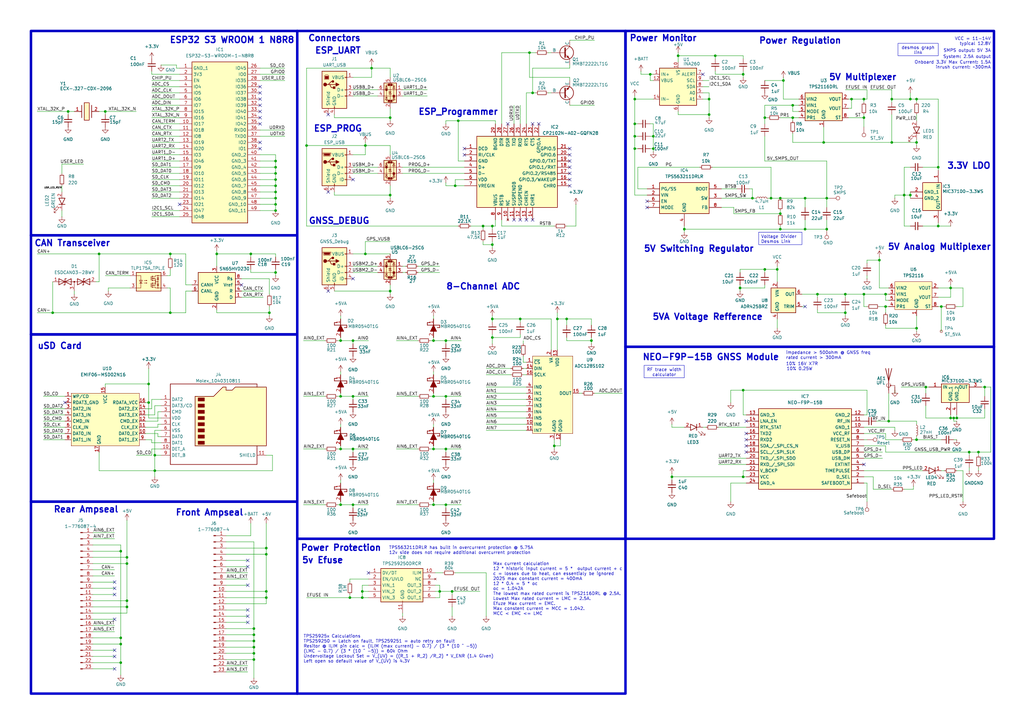
<source format=kicad_sch>
(kicad_sch (version 20250114) (generator "eeschema") (generator_version "9.0")
  (paper "A3")
  (title_block (title "SDM26 Datalogger") (date "2025-06-09") (rev "3.3") (company "Sun Devil Motorsports"))
  (rectangle (start 121.92 12.7) (end 256.54 220.98) (stroke (width 1.016)))
  (rectangle (start 12.7 205.74) (end 121.92 284.48) (stroke (width 1.016)))
  (rectangle (start 256.54 142.24) (end 407.67 220.98) (stroke (width 1.016)))
  (rectangle (start 256.54 12.7) (end 407.67 142.24) (stroke (width 1.016)))
  (rectangle (start 121.92 220.98) (end 256.54 284.48) (stroke (width 1.016)))
  (rectangle (start 12.7 137.16) (end 121.92 205.74) (stroke (width 1.016)))
  (rectangle (start 12.7 12.7) (end 121.92 96.52) (stroke (width 1.016)))
  (rectangle (start 12.7 96.52) (end 121.92 137.16) (stroke (width 1.016)))
  (text "Power Regulation" (at 311.15 18.288 0) (effects (font (size 2.54 2.54) (thickness 0.512) (bold yes)) (justify left bottom)))
  (text "5V Multiplexer" (at 339.852 33.274 0) (effects (font (size 2.54 2.54) (thickness 0.512) (bold yes)) (justify left bottom)))
  (text "CAN Transceiver" (at 13.97 101.346 0) (effects (font (size 2.54 2.54) (thickness 0.512) (bold yes)) (justify left bottom)))
  (text "10% 16V X7R" (at 322.326 150.114 0) (effects (font (size 1.27 1.27)) (justify left bottom)))
  (text "5v Efuse\n" (at 123.698 231.394 0) (effects (font (size 2.54 2.54) (thickness 0.512) (bold yes)) (justify left bottom)))
  (text "inrush current: ~300mA" (at 406.4 28.448 0) (effects (font (size 1.27 1.27)) (justify right bottom)))
  (text "5V Switching Regulator" (at 263.906 103.632 0) (effects (font (size 2.54 2.54) (thickness 0.512) (bold yes)) (justify left bottom)))
  (text "5V Analog Multiplexer" (at 363.982 102.87 0) (effects (font (size 2.54 2.54) (thickness 0.512) (bold yes)) (justify left bottom)))
  (text "ESP32 S3 WROOM 1 N8R8" (at 120.904 18.034 0) (effects (font (size 2.54 2.54) (thickness 0.512) (bold yes)) (justify right bottom)))
  (text "Power Monitor" (at 258.064 17.272 0) (effects (font (size 2.54 2.54) (thickness 0.512) (bold yes)) (justify left bottom)))
  (text "Connectors" (at 126.238 17.272 0) (effects (font (size 2.54 2.54) (thickness 0.512) (bold yes)) (justify left bottom)))
  (text "10% 0.25W" (at 322.58 152.146 0) (effects (font (size 1.27 1.27)) (justify left bottom)))
  (text "ESP_PROG" (at 128.524 54.356 0) (effects (font (size 2.54 2.54) (thickness 0.512) (bold yes)) (justify left bottom)))
  (text "Onboard 3.3V Max Current: 1.5A" (at 406.4 26.416 0) (effects (font (size 1.27 1.27)) (justify right bottom)))
  (text "impedance > 500ohm @ GNSS freq\nrated current > 300mA" (at 322.326 147.574 0) (effects (font (size 1.27 1.27)) (justify left bottom)))
  (text "Front Ampseal" (at 71.882 211.836 0) (effects (font (size 2.54 2.54) (thickness 0.512) (bold yes)) (justify left bottom)))
  (text "3.3V LDO" (at 388.366 69.596 0) (effects (font (size 2.54 2.54) (thickness 0.512) (bold yes)) (justify left bottom)))
  (text "VCC = 11-14V\ntypical 12.8V" (at 406.4 18.796 0) (effects (font (size 1.27 1.27)) (justify right bottom)))
  (text "GNSS_DEBUG" (at 126.492 92.202 0) (effects (font (size 2.54 2.54) (thickness 0.512) (bold yes)) (justify left bottom)))
  (text "Max current calculation\n12 * historic input current = 5 *  output current + c\nc = losses due to heat, can essentialy be ignored\n2025 max constant current = 400mA\n12 * 0.4 = 5 * oc\noc = 1.042A\nThe lowest max rated current is TPS2116DRL @ 2.5A.\nLowest Max rated current = LMC = 2.5A.\nEfuze Max current = EMC.\nMax constent current = MCC = 1.042.\nMCC < EMC <= LMC" (at 202.184 230.632 0) (effects (font (size 1.27 1.27)) (justify left top)))
  (text "ESP_UART" (at 129.032 22.352 0) (effects (font (size 2.54 2.54) (thickness 0.512) (bold yes)) (justify left bottom)))
  (text "TPS563211DRLR has built in overcurrent protection @ 5.75A\n12v side does not require additional overcurrent protection" (at 159.512 224.028 0) (effects (font (size 1.27 1.27)) (justify left top)))
  (text "8-Channel ADC" (at 182.88 119.126 0) (effects (font (size 2.54 2.54) (thickness 0.512) (bold yes)) (justify left bottom)))
  (text "uSD Card" (at 15.24 143.51 0) (effects (font (size 2.54 2.54) (thickness 0.512) (bold yes)) (justify left bottom)))
  (text "ESP_Programmer" (at 171.45 47.498 0) (effects (font (size 2.54 2.54) (thickness 0.512) (bold yes)) (justify left bottom)))
  (text "Power Protection" (at 123.19 226.314 0) (effects (font (size 2.54 2.54) (thickness 0.512) (bold yes)) (justify left bottom)))
  (text "5VA Voltage Refference " (at 267.462 131.572 0) (effects (font (size 2.54 2.54) (thickness 0.512) (bold yes)) (justify left bottom)))
  (text "SMPS output: 5V 3A" (at 406.4 21.59 0) (effects (font (size 1.27 1.27)) (justify right bottom)))
  (text "NEO-F9P-15B GNSS Module" (at 263.398 148.082 0) (effects (font (size 2.54 2.54) (thickness 0.512) (bold yes)) (justify left bottom)))
  (text "System: 2.5A output" (at 406.4 24.13 0) (effects (font (size 1.27 1.27)) (justify right bottom)))
  (text "Rear Ampseal\n" (at 21.844 210.566 0) (effects (font (size 2.54 2.54) (thickness 0.512) (bold yes)) (justify left bottom)))
  (text "TPS25925x Calculations\nTPS259250 = Latch on fault, TPS259251 = auto retry on fault\nResitor @ ILIM pin calc = (ILIM (max current) - 0.7) / (3 * (10 ^ -5))\n(LMC - 0.7) / (3 * (10 ^ -5)) = 60k Ohm\nUndervoltage Lockout Set = V_(UV) = ((R_1 + R_2) /R_2) * V_ENR (1.4 Given)\nLeft open so default value of V_(UV) is 4.3V\n" (at 124.46 260.35 0) (effects (font (size 1.27 1.27)) (justify left top)))
  (text_box "desmos graph link" (at 368.3 17.78 0) (size 16.51 5.08) (margins 0.9525 0.9525 0.9525 0.9525) (effects (font (size 1.27 1.27)) (justify top)))
  (text_box "Voltage Divider Desmos Link" (at 311.15 95.25 0) (size 17.78 5.08) (margins 0.9525 0.9525 0.9525 0.9525) (effects (font (size 1.27 1.27)) (justify left top)))
  (text_box "RF trace width calculator" (at 264.16 149.86 0) (size 16.51 5.08) (margins 0.9525 0.9525 0.9525 0.9525) (effects (font (size 1.27 1.27)) (justify top)))
  (junction (at 373.38 80.01))
  (junction (at 49.53 226.06))
  (junction (at 109.22 227.33))
  (junction (at 27.94 45.72))
  (junction (at 364.49 172.72))
  (junction (at 365.76 58.42))
  (junction (at 185.42 242.57))
  (junction (at 139.7 184.15))
  (junction (at 330.2 81.28))
  (junction (at 228.6 130.81))
  (junction (at 304.8 160.02))
  (junction (at 363.22 120.65))
  (junction (at 320.04 93.98))
  (junction (at 104.14 270.51))
  (junction (at 278.13 22.86))
  (junction (at 293.37 22.86))
  (junction (at 266.7 30.48))
  (junction (at 182.88 139.7))
  (junction (at 386.08 125.73))
  (junction (at 354.33 48.26))
  (junction (at 186.69 76.2))
  (junction (at 177.8 207.01))
  (junction (at 242.57 139.7))
  (junction (at 104.14 267.97))
  (junction (at 313.69 48.26))
  (junction (at 384.81 92.71))
  (junction (at 160.02 119.38))
  (junction (at 308.61 81.28))
  (junction (at 52.07 248.92))
  (junction (at 217.17 21.59))
  (junction (at 113.03 111.76))
  (junction (at 69.85 128.27))
  (junction (at 52.07 246.38))
  (junction (at 403.86 158.75))
  (junction (at 260.35 60.96))
  (junction (at 198.12 92.71))
  (junction (at 379.73 158.75))
  (junction (at 391.16 171.45))
  (junction (at 177.8 162.56))
  (junction (at 370.84 80.01))
  (junction (at 177.8 139.7))
  (junction (at 177.8 184.15))
  (junction (at 144.78 139.7))
  (junction (at 187.96 49.53))
  (junction (at 373.38 40.64))
  (junction (at 104.14 260.35))
  (junction (at 318.77 110.49))
  (junction (at 290.83 46.99))
  (junction (at 49.53 271.78))
  (junction (at 304.8 30.48))
  (junction (at 290.83 40.64))
  (junction (at 144.78 207.01))
  (junction (at 113.03 71.12))
  (junction (at 316.23 81.28))
  (junction (at 397.51 185.42))
  (junction (at 325.12 48.26))
  (junction (at 267.97 60.96))
  (junction (at 144.78 184.15))
  (junction (at 346.71 120.65))
  (junction (at 139.7 139.7))
  (junction (at 52.07 228.6))
  (junction (at 102.87 104.14))
  (junction (at 88.9 104.14))
  (junction (at 339.09 81.28))
  (junction (at 267.97 55.88))
  (junction (at 109.22 242.57))
  (junction (at 330.2 93.98))
  (junction (at 275.59 195.58))
  (junction (at 160.02 80.01))
  (junction (at 113.03 76.2))
  (junction (at 139.7 162.56))
  (junction (at 375.92 58.42))
  (junction (at 152.4 27.94))
  (junction (at 49.53 261.62))
  (junction (at 313.69 110.49))
  (junction (at 260.35 40.64))
  (junction (at 63.5 186.69))
  (junction (at 160.02 48.26))
  (junction (at 337.82 58.42))
  (junction (at 392.43 171.45))
  (junction (at 201.93 130.81))
  (junction (at 232.41 130.81))
  (junction (at 354.33 40.64))
  (junction (at 69.85 104.14))
  (junction (at 113.03 68.58))
  (junction (at 113.03 66.04))
  (junction (at 320.04 81.28))
  (junction (at 201.93 138.43))
  (junction (at 110.49 128.27))
  (junction (at 109.22 245.11))
  (junction (at 113.03 81.28))
  (junction (at 43.18 45.72))
  (junction (at 113.03 73.66))
  (junction (at 218.44 38.1))
  (junction (at 201.93 100.33))
  (junction (at 325.12 43.18))
  (junction (at 60.96 165.1))
  (junction (at 354.33 120.65))
  (junction (at 180.34 242.57))
  (junction (at 360.68 106.68))
  (junction (at 40.64 104.14))
  (junction (at 321.31 33.02))
  (junction (at 182.88 207.01))
  (junction (at 304.8 195.58))
  (junction (at 260.35 55.88))
  (junction (at 260.35 50.8))
  (junction (at 144.78 162.56))
  (junction (at 52.07 231.14))
  (junction (at 363.22 125.73))
  (junction (at 320.04 87.63))
  (junction (at 139.7 207.01))
  (junction (at 375.92 134.62))
  (junction (at 149.86 104.14))
  (junction (at 182.88 162.56))
  (junction (at 375.92 40.64))
  (junction (at 113.03 83.82))
  (junction (at 109.22 224.79))
  (junction (at 182.88 184.15))
  (junction (at 213.36 130.81))
  (junction (at 104.14 265.43))
  (junction (at 49.53 264.16))
  (junction (at 349.25 40.64))
  (junction (at 401.32 185.42))
  (junction (at 384.81 68.58))
  (junction (at 375.92 180.34))
  (junction (at 280.67 93.98))
  (junction (at 148.59 242.57))
  (junction (at 113.03 86.36))
  (junction (at 143.51 245.11))
  (junction (at 148.59 245.11))
  (junction (at 201.93 92.71))
  (junction (at 104.14 262.89))
  (junction (at 149.86 59.69))
  (junction (at 346.71 128.27))
  (junction (at 104.14 257.81))
  (junction (at 389.89 171.45))
  (junction (at 303.53 118.11))
  (junction (at 60.96 157.48))
  (junction (at 21.59 128.27))
  (junction (at 335.28 120.65))
  (junction (at 227.33 182.88))
  (junction (at 63.5 193.04))
  (junction (at 365.76 40.64))
  (junction (at 339.09 93.98))
  (junction (at 113.03 78.74))
  (junction (at 389.89 118.11))
  (junction (at 125.73 59.69))
  (no_connect (at 106.68 48.26))
  (no_connect (at 151.13 234.95))
  (no_connect (at 208.28 50.8))
  (no_connect (at 106.68 45.72))
  (no_connect (at 306.07 172.72))
  (no_connect (at 101.6 255.27))
  (no_connect (at 101.6 250.19))
  (no_connect (at 218.44 90.17))
  (no_connect (at 330.2 125.73))
  (no_connect (at 213.36 90.17))
  (no_connect (at 306.07 180.34))
  (no_connect (at 306.07 185.42))
  (no_connect (at 106.68 40.64))
  (no_connect (at 233.68 73.66))
  (no_connect (at 233.68 76.2))
  (no_connect (at 26.67 165.1))
  (no_connect (at 354.33 190.5))
  (no_connect (at 233.68 63.5))
  (no_connect (at 46.99 254))
  (no_connect (at 101.6 240.03))
  (no_connect (at 233.68 71.12))
  (no_connect (at 265.43 85.09))
  (no_connect (at 134.62 78.74))
  (no_connect (at 215.9 90.17))
  (no_connect (at 46.99 241.3))
  (no_connect (at 134.62 46.99))
  (no_connect (at 106.68 50.8))
  (no_connect (at 106.68 38.1))
  (no_connect (at 73.66 83.82))
  (no_connect (at 101.6 252.73))
  (no_connect (at 106.68 35.56))
  (no_connect (at 210.82 90.17))
  (no_connect (at 46.99 269.24))
  (no_connect (at 218.44 50.8))
  (no_connect (at 144.78 114.3))
  (no_connect (at 101.6 229.87))
  (no_connect (at 144.78 73.66))
  (no_connect (at 46.99 266.7))
  (no_connect (at 46.99 243.84))
  (no_connect (at 288.29 30.48))
  (no_connect (at 46.99 238.76))
  (no_connect (at 134.62 119.38))
  (no_connect (at 306.07 182.88))
  (no_connect (at 106.68 43.18))
  (no_connect (at 190.5 60.96))
  (no_connect (at 99.06 116.84))
  (no_connect (at 106.68 60.96))
  (no_connect (at 306.07 177.8))
  (no_connect (at 106.68 58.42))
  (no_connect (at 233.68 68.58))
  (no_connect (at 233.68 66.04))
  (no_connect (at 220.98 50.8))
  (no_connect (at 233.68 60.96))
  (no_connect (at 265.43 82.55))
  (no_connect (at 101.6 232.41))
  (no_connect (at 190.5 63.5))
  (no_connect (at 46.99 274.32))
  (wire (pts (xy 278.13 21.59) (xy 278.13 22.86)))
  (wire (pts (xy 92.71 255.27) (xy 101.6 255.27)))
  (wire (pts (xy 354.33 195.58) (xy 358.14 195.58)))
  (wire (pts (xy 180.34 109.22) (xy 171.45 109.22)))
  (wire (pts (xy 363.22 125.73) (xy 363.22 128.27)))
  (wire (pts (xy 92.71 275.59) (xy 101.6 275.59)))
  (wire (pts (xy 237.49 161.29) (xy 238.76 161.29)))
  (wire (pts (xy 68.58 118.11) (xy 69.85 118.11)))
  (wire (pts (xy 367.03 161.29) (xy 367.03 160.02)))
  (wire (pts (xy 69.85 113.03) (xy 69.85 110.49)))
  (wire (pts (xy 62.23 68.58) (xy 73.66 68.58)))
  (wire (pts (xy 177.8 139.7) (xy 177.8 138.43)))
  (wire (pts (xy 318.77 130.81) (xy 318.77 134.62)))
  (wire (pts (xy 355.6 40.64) (xy 355.6 36.83)))
  (wire (pts (xy 38.1 251.46) (xy 52.07 251.46)))
  (wire (pts (xy 182.88 162.56) (xy 189.23 162.56)))
  (wire (pts (xy 280.67 93.98) (xy 280.67 92.71)))
  (wire (pts (xy 363.22 123.19) (xy 363.22 120.65)))
  (wire (pts (xy 313.69 43.18) (xy 325.12 43.18)))
  (wire (pts (xy 214.63 153.67) (xy 215.9 153.67)))
  (wire (pts (xy 354.33 40.64) (xy 354.33 41.91)))
  (wire (pts (xy 327.66 40.64) (xy 321.31 40.64)))
  (wire (pts (xy 375.92 58.42) (xy 375.92 59.69)))
  (wire (pts (xy 160.02 119.38) (xy 160.02 120.65)))
  (wire (pts (xy 182.88 207.01) (xy 189.23 207.01)))
  (wire (pts (xy 144.78 104.14) (xy 149.86 104.14)))
  (wire (pts (xy 199.39 151.13) (xy 209.55 151.13)))
  (wire (pts (xy 15.24 45.72) (xy 27.94 45.72)))
  (wire (pts (xy 104.14 265.43) (xy 104.14 267.97)))
  (wire (pts (xy 262.89 30.48) (xy 266.7 30.48)))
  (wire (pts (xy 111.76 186.69) (xy 111.76 193.04)))
  (wire (pts (xy 198.12 100.33) (xy 201.93 100.33)))
  (wire (pts (xy 199.39 158.75) (xy 215.9 158.75)))
  (wire (pts (xy 261.62 55.88) (xy 260.35 55.88)))
  (wire (pts (xy 349.25 40.64) (xy 349.25 44.45)))
  (wire (pts (xy 62.23 76.2) (xy 73.66 76.2)))
  (wire (pts (xy 295.91 81.28) (xy 308.61 81.28)))
  (wire (pts (xy 92.71 219.71) (xy 102.87 219.71)))
  (wire (pts (xy 92.71 234.95) (xy 101.6 234.95)))
  (wire (pts (xy 198.12 92.71) (xy 201.93 92.71)))
  (wire (pts (xy 232.41 139.7) (xy 242.57 139.7)))
  (wire (pts (xy 375.92 172.72) (xy 375.92 173.99)))
  (wire (pts (xy 198.12 99.06) (xy 198.12 100.33)))
  (wire (pts (xy 62.23 86.36) (xy 73.66 86.36)))
  (wire (pts (xy 76.2 104.14) (xy 76.2 116.84)))
  (wire (pts (xy 40.64 193.04) (xy 63.5 193.04)))
  (wire (pts (xy 124.46 162.56) (xy 133.35 162.56)))
  (wire (pts (xy 38.1 259.08) (xy 46.99 259.08)))
  (wire (pts (xy 66.04 166.37) (xy 63.5 166.37)))
  (wire (pts (xy 38.1 233.68) (xy 46.99 233.68)))
  (wire (pts (xy 177.8 139.7) (xy 182.88 139.7)))
  (wire (pts (xy 17.78 162.56) (xy 26.67 162.56)))
  (wire (pts (xy 201.93 138.43) (xy 201.93 140.97)))
  (wire (pts (xy 199.39 234.95) (xy 199.39 252.73)))
  (wire (pts (xy 59.69 167.64) (xy 62.23 167.64)))
  (wire (pts (xy 137.16 80.01) (xy 137.16 78.74)))
  (wire (pts (xy 290.83 38.1) (xy 288.29 38.1)))
  (wire (pts (xy 38.1 220.98) (xy 46.99 220.98)))
  (wire (pts (xy 92.71 224.79) (xy 109.22 224.79)))
  (wire (pts (xy 149.86 104.14) (xy 160.02 104.14)))
  (wire (pts (xy 280.67 93.98) (xy 320.04 93.98)))
  (wire (pts (xy 138.43 139.7) (xy 139.7 139.7)))
  (wire (pts (xy 228.6 130.81) (xy 228.6 143.51)))
  (wire (pts (xy 104.14 257.81) (xy 104.14 260.35)))
  (wire (pts (xy 320.04 86.36) (xy 320.04 87.63)))
  (wire (pts (xy 365.76 36.83) (xy 356.87 36.83)))
  (wire (pts (xy 321.31 33.02) (xy 321.31 40.64)))
  (wire (pts (xy 106.68 68.58) (xy 113.03 68.58)))
  (wire (pts (xy 25.4 76.2) (xy 25.4 78.74)))
  (wire (pts (xy 139.7 129.54) (xy 139.7 130.81)))
  (wire (pts (xy 325.12 48.26) (xy 327.66 48.26)))
  (wire (pts (xy 354.33 120.65) (xy 363.22 120.65)))
  (wire (pts (xy 275.59 173.99) (xy 275.59 175.26)))
  (wire (pts (xy 190.5 66.04) (xy 187.96 66.04)))
  (wire (pts (xy 403.86 158.75) (xy 406.4 158.75)))
  (wire (pts (xy 63.5 166.37) (xy 63.5 170.18)))
  (wire (pts (xy 144.78 185.42) (xy 144.78 184.15)))
  (wire (pts (xy 401.32 185.42) (xy 406.4 185.42)))
  (wire (pts (xy 88.9 104.14) (xy 88.9 109.22)))
  (wire (pts (xy 303.53 118.11) (xy 303.53 119.38)))
  (wire (pts (xy 180.34 242.57) (xy 180.34 245.11)))
  (wire (pts (xy 106.68 76.2) (xy 113.03 76.2)))
  (wire (pts (xy 313.69 66.04) (xy 339.09 66.04)))
  (wire (pts (xy 375.92 134.62) (xy 363.22 134.62)))
  (wire (pts (xy 233.68 31.75) (xy 233.68 33.02)))
  (wire (pts (xy 62.23 35.56) (xy 73.66 35.56)))
  (wire (pts (xy 38.1 271.78) (xy 49.53 271.78)))
  (wire (pts (xy 355.6 125.73) (xy 354.33 125.73)))
  (wire (pts (xy 106.68 27.94) (xy 116.84 27.94)))
  (wire (pts (xy 64.77 179.07) (xy 66.04 179.07)))
  (wire (pts (xy 185.42 248.92) (xy 185.42 252.73)))
  (wire (pts (xy 38.1 223.52) (xy 49.53 223.52)))
  (wire (pts (xy 242.57 138.43) (xy 242.57 139.7)))
  (wire (pts (xy 187.96 49.53) (xy 187.96 66.04)))
  (wire (pts (xy 293.37 22.86) (xy 304.8 22.86)))
  (wire (pts (xy 73.66 27.94) (xy 72.39 27.94)))
  (wire (pts (xy 363.22 180.34) (xy 363.22 177.8)))
  (wire (pts (xy 288.29 35.56) (xy 290.83 35.56)))
  (wire (pts (xy 110.49 128.27) (xy 110.49 129.54)))
  (wire (pts (xy 15.24 128.27) (xy 21.59 128.27)))
  (wire (pts (xy 201.93 99.06) (xy 201.93 100.33)))
  (wire (pts (xy 278.13 45.72) (xy 278.13 46.99)))
  (wire (pts (xy 139.7 152.4) (xy 139.7 153.67)))
  (wire (pts (xy 384.81 68.58) (xy 384.81 69.85)))
  (wire (pts (xy 38.1 246.38) (xy 52.07 246.38)))
  (wire (pts (xy 62.23 48.26) (xy 73.66 48.26)))
  (wire (pts (xy 360.68 125.73) (xy 363.22 125.73)))
  (wire (pts (xy 165.1 36.83) (xy 175.26 36.83)))
  (wire (pts (xy 113.03 111.76) (xy 113.03 113.03)))
  (wire (pts (xy 43.18 158.75) (xy 43.18 157.48)))
  (wire (pts (xy 162.56 139.7) (xy 171.45 139.7)))
  (wire (pts (xy 148.59 242.57) (xy 148.59 240.03)))
  (wire (pts (xy 62.23 55.88) (xy 73.66 55.88)))
  (wire (pts (xy 370.84 68.58) (xy 373.38 68.58)))
  (wire (pts (xy 266.7 33.02) (xy 267.97 33.02)))
  (wire (pts (xy 214.63 139.7) (xy 214.63 140.97)))
  (wire (pts (xy 304.8 160.02) (xy 304.8 170.18)))
  (wire (pts (xy 354.33 175.26) (xy 367.03 175.26)))
  (wire (pts (xy 124.46 139.7) (xy 133.35 139.7)))
  (wire (pts (xy 92.71 250.19) (xy 101.6 250.19)))
  (wire (pts (xy 182.88 184.15) (xy 189.23 184.15)))
  (wire (pts (xy 316.23 81.28) (xy 320.04 81.28)))
  (wire (pts (xy 106.68 81.28) (xy 113.03 81.28)))
  (wire (pts (xy 260.35 80.01) (xy 265.43 80.01)))
  (wire (pts (xy 210.82 50.8) (xy 210.82 43.18)))
  (wire (pts (xy 306.07 193.04) (xy 304.8 193.04)))
  (wire (pts (xy 73.66 63.5) (xy 62.23 63.5)))
  (wire (pts (xy 349.25 40.64) (xy 354.33 40.64)))
  (wire (pts (xy 335.28 128.27) (xy 335.28 127)))
  (wire (pts (xy 76.2 116.84) (xy 78.74 116.84)))
  (wire (pts (xy 304.8 30.48) (xy 304.8 31.75)))
  (wire (pts (xy 144.78 207.01) (xy 151.13 207.01)))
  (wire (pts (xy 288.29 175.26) (xy 289.56 175.26)))
  (wire (pts (xy 40.64 104.14) (xy 69.85 104.14)))
  (wire (pts (xy 365.76 40.64) (xy 373.38 40.64)))
  (wire (pts (xy 17.78 180.34) (xy 26.67 180.34)))
  (wire (pts (xy 62.23 58.42) (xy 73.66 58.42)))
  (wire (pts (xy 375.92 57.15) (xy 375.92 58.42)))
  (wire (pts (xy 40.64 45.72) (xy 43.18 45.72)))
  (wire (pts (xy 367.03 80.01) (xy 367.03 81.28)))
  (wire (pts (xy 125.73 245.11) (xy 143.51 245.11)))
  (wire (pts (xy 137.16 80.01) (xy 160.02 80.01)))
  (wire (pts (xy 176.53 207.01) (xy 177.8 207.01)))
  (wire (pts (xy 125.73 59.69) (xy 149.86 59.69)))
  (wire (pts (xy 325.12 45.72) (xy 327.66 45.72)))
  (wire (pts (xy 186.69 76.2) (xy 190.5 76.2)))
  (wire (pts (xy 109.22 186.69) (xy 111.76 186.69)))
  (wire (pts (xy 355.6 198.12) (xy 355.6 205.74)))
  (wire (pts (xy 165.1 251.46) (xy 165.1 252.73)))
  (wire (pts (xy 125.73 59.69) (xy 125.73 92.71)))
  (wire (pts (xy 143.51 237.49) (xy 151.13 237.49)))
  (wire (pts (xy 109.22 245.11) (xy 109.22 247.65)))
  (wire (pts (xy 49.53 261.62) (xy 49.53 264.16)))
  (wire (pts (xy 102.87 104.14) (xy 113.03 104.14)))
  (wire (pts (xy 233.68 27.94) (xy 233.68 26.67)))
  (wire (pts (xy 104.14 270.51) (xy 104.14 278.13)))
  (wire (pts (xy 62.23 30.48) (xy 73.66 30.48)))
  (wire (pts (xy 144.78 162.56) (xy 151.13 162.56)))
  (wire (pts (xy 62.23 88.9) (xy 73.66 88.9)))
  (wire (pts (xy 384.81 118.11) (xy 389.89 118.11)))
  (wire (pts (xy 63.5 193.04) (xy 111.76 193.04)))
  (wire (pts (xy 354.33 48.26) (xy 354.33 46.99)))
  (wire (pts (xy 104.14 222.25) (xy 104.14 257.81)))
  (wire (pts (xy 397.51 186.69) (xy 397.51 185.42)))
  (wire (pts (xy 290.83 40.64) (xy 290.83 46.99)))
  (wire (pts (xy 149.86 59.69) (xy 149.86 63.5)))
  (wire (pts (xy 375.92 179.07) (xy 375.92 180.34)))
  (wire (pts (xy 363.22 185.42) (xy 363.22 182.88)))
  (wire (pts (xy 275.59 195.58) (xy 275.59 194.31)))
  (wire (pts (xy 233.68 16.51) (xy 243.84 16.51)))
  (wire (pts (xy 306.07 195.58) (xy 304.8 195.58)))
  (wire (pts (xy 143.51 237.49) (xy 143.51 238.76)))
  (wire (pts (xy 304.8 195.58) (xy 304.8 193.04)))
  (wire (pts (xy 113.03 110.49) (xy 113.03 111.76)))
  (wire (pts (xy 64.77 168.91) (xy 64.77 172.72)))
  (wire (pts (xy 325.12 54.61) (xy 325.12 58.42)))
  (wire (pts (xy 370.84 80.01) (xy 367.03 80.01)))
  (wire (pts (xy 375.92 134.62) (xy 375.92 135.89)))
  (wire (pts (xy 303.53 111.76) (xy 303.53 110.49)))
  (wire (pts (xy 160.02 76.2) (xy 160.02 80.01)))
  (wire (pts (xy 160.02 44.45) (xy 160.02 48.26)))
  (wire (pts (xy 199.39 168.91) (xy 215.9 168.91)))
  (wire (pts (xy 365.76 46.99) (xy 365.76 58.42)))
  (wire (pts (xy 144.78 36.83) (xy 154.94 36.83)))
  (wire (pts (xy 62.23 163.83) (xy 66.04 163.83)))
  (wire (pts (xy 99.06 119.38) (xy 107.95 119.38)))
  (wire (pts (xy 182.88 139.7) (xy 189.23 139.7)))
  (wire (pts (xy 40.64 185.42) (xy 40.64 193.04)))
  (wire (pts (xy 106.68 86.36) (xy 113.03 86.36)))
  (wire (pts (xy 214.63 148.59) (xy 214.63 146.05)))
  (wire (pts (xy 177.8 207.01) (xy 177.8 205.74)))
  (wire (pts (xy 144.78 139.7) (xy 151.13 139.7)))
  (wire (pts (xy 354.33 198.12) (xy 355.6 198.12)))
  (wire (pts (xy 307.34 77.47) (xy 308.61 77.47)))
  (wire (pts (xy 328.93 120.65) (xy 335.28 120.65)))
  (wire (pts (xy 375.92 46.99) (xy 375.92 49.53)))
  (wire (pts (xy 347.98 40.64) (xy 349.25 40.64)))
  (wire (pts (xy 358.14 200.66) (xy 365.76 200.66)))
  (wire (pts (xy 165.1 39.37) (xy 175.26 39.37)))
  (wire (pts (xy 38.1 228.6) (xy 52.07 228.6)))
  (wire (pts (xy 113.03 104.14) (xy 113.03 105.41)))
  (wire (pts (xy 66.04 173.99) (xy 64.77 173.99)))
  (wire (pts (xy 355.6 107.95) (xy 355.6 106.68)))
  (wire (pts (xy 201.93 100.33) (xy 201.93 101.6)))
  (wire (pts (xy 38.1 264.16) (xy 49.53 264.16)))
  (wire (pts (xy 38.1 226.06) (xy 49.53 226.06)))
  (wire (pts (xy 364.49 161.29) (xy 364.49 172.72)))
  (wire (pts (xy 138.43 207.01) (xy 139.7 207.01)))
  (wire (pts (xy 15.24 104.14) (xy 40.64 104.14)))
  (wire (pts (xy 106.68 78.74) (xy 113.03 78.74)))
  (wire (pts (xy 384.81 121.92) (xy 389.89 121.92)))
  (wire (pts (xy 40.64 104.14) (xy 40.64 115.57)))
  (wire (pts (xy 62.23 50.8) (xy 73.66 50.8)))
  (wire (pts (xy 92.71 247.65) (xy 109.22 247.65)))
  (wire (pts (xy 199.39 171.45) (xy 215.9 171.45)))
  (wire (pts (xy 92.71 237.49) (xy 101.6 237.49)))
  (wire (pts (xy 370.84 80.01) (xy 370.84 92.71)))
  (wire (pts (xy 143.51 245.11) (xy 148.59 245.11)))
  (wire (pts (xy 354.33 177.8) (xy 363.22 177.8)))
  (wire (pts (xy 355.6 106.68) (xy 360.68 106.68)))
  (wire (pts (xy 66.04 168.91) (xy 64.77 168.91)))
  (wire (pts (xy 232.41 130.81) (xy 228.6 130.81)))
  (wire (pts (xy 275.59 195.58) (xy 304.8 195.58)))
  (wire (pts (xy 260.35 60.96) (xy 260.35 80.01)))
  (wire (pts (xy 88.9 104.14) (xy 102.87 104.14)))
  (wire (pts (xy 213.36 50.8) (xy 213.36 43.18)))
  (wire (pts (xy 176.53 162.56) (xy 177.8 162.56)))
  (wire (pts (xy 278.13 22.86) (xy 278.13 25.4)))
  (wire (pts (xy 53.34 113.03) (xy 43.18 113.03)))
  (wire (pts (xy 260.35 55.88) (xy 260.35 60.96)))
  (wire (pts (xy 62.23 60.96) (xy 73.66 60.96)))
  (wire (pts (xy 313.69 66.04) (xy 313.69 55.88)))
  (wire (pts (xy 218.44 27.94) (xy 218.44 38.1)))
  (wire (pts (xy 180.34 111.76) (xy 171.45 111.76)))
  (wire (pts (xy 104.14 260.35) (xy 104.14 262.89)))
  (wire (pts (xy 236.22 92.71) (xy 236.22 83.82)))
  (wire (pts (xy 113.03 76.2) (xy 113.03 78.74)))
  (wire (pts (xy 27.94 46.99) (xy 27.94 45.72)))
  (wire (pts (xy 149.86 99.06) (xy 160.02 99.06)))
  (wire (pts (xy 359.41 172.72) (xy 364.49 172.72)))
  (wire (pts (xy 294.64 175.26) (xy 306.07 175.26)))
  (wire (pts (xy 69.85 105.41) (xy 69.85 104.14)))
  (wire (pts (xy 391.16 171.45) (xy 392.43 171.45)))
  (wire (pts (xy 52.07 246.38) (xy 52.07 248.92)))
  (wire (pts (xy 144.78 31.75) (xy 152.4 31.75)))
  (wire (pts (xy 124.46 184.15) (xy 133.35 184.15)))
  (wire (pts (xy 106.68 30.48) (xy 116.84 30.48)))
  (wire (pts (xy 43.18 45.72) (xy 55.88 45.72)))
  (wire (pts (xy 66.04 26.67) (xy 72.39 26.67)))
  (wire (pts (xy 60.96 165.1) (xy 60.96 157.48)))
  (wire (pts (xy 38.1 241.3) (xy 46.99 241.3)))
  (wire (pts (xy 361.95 187.96) (xy 354.33 187.96)))
  (wire (pts (xy 295.91 77.47) (xy 302.26 77.47)))
  (wire (pts (xy 102.87 214.63) (xy 102.87 219.71)))
  (wire (pts (xy 205.74 92.71) (xy 227.33 92.71)))
  (wire (pts (xy 374.65 180.34) (xy 375.92 180.34)))
  (wire (pts (xy 304.8 160.02) (xy 355.6 160.02)))
  (wire (pts (xy 125.73 27.94) (xy 125.73 59.69)))
  (wire (pts (xy 144.78 184.15) (xy 139.7 184.15)))
  (wire (pts (xy 66.04 176.53) (xy 63.5 176.53)))
  (wire (pts (xy 92.71 222.25) (xy 104.14 222.25)))
  (wire (pts (xy 144.78 140.97) (xy 144.78 139.7)))
  (wire (pts (xy 139.7 162.56) (xy 144.78 162.56)))
  (wire (pts (xy 92.71 240.03) (xy 101.6 240.03)))
  (wire (pts (xy 304.8 29.21) (xy 304.8 30.48)))
  (wire (pts (xy 149.86 58.42) (xy 149.86 59.69)))
  (wire (pts (xy 38.1 243.84) (xy 46.99 243.84)))
  (wire (pts (xy 139.7 173.99) (xy 139.7 175.26)))
  (wire (pts (xy 72.39 26.67) (xy 72.39 27.94)))
  (wire (pts (xy 106.68 73.66) (xy 113.03 73.66)))
  (wire (pts (xy 392.43 170.18) (xy 392.43 171.45)))
  (wire (pts (xy 335.28 120.65) (xy 346.71 120.65)))
  (wire (pts (xy 92.71 273.05) (xy 101.6 273.05)))
  (wire (pts (xy 92.71 265.43) (xy 104.14 265.43)))
  (wire (pts (xy 182.88 76.2) (xy 182.88 74.93)))
  (wire (pts (xy 292.1 68.58) (xy 316.23 68.58)))
  (wire (pts (xy 21.59 128.27) (xy 69.85 128.27)))
  (wire (pts (xy 38.1 236.22) (xy 46.99 236.22)))
  (wire (pts (xy 373.38 80.01) (xy 370.84 80.01)))
  (wire (pts (xy 293.37 29.21) (xy 293.37 30.48)))
  (wire (pts (xy 229.87 182.88) (xy 227.33 182.88)))
  (wire (pts (xy 397.51 185.42) (xy 401.32 185.42)))
  (wire (pts (xy 144.78 208.28) (xy 144.78 207.01)))
  (wire (pts (xy 363.22 125.73) (xy 364.49 125.73)))
  (wire (pts (xy 242.57 133.35) (xy 242.57 130.81)))
  (wire (pts (xy 49.53 271.78) (xy 49.53 276.86)))
  (wire (pts (xy 201.93 92.71) (xy 201.93 93.98)))
  (wire (pts (xy 92.71 245.11) (xy 109.22 245.11)))
  (wire (pts (xy 363.22 120.65) (xy 364.49 120.65)))
  (wire (pts (xy 182.88 162.56) (xy 182.88 163.83)))
  (wire (pts (xy 339.09 81.28) (xy 339.09 85.09)))
  (wire (pts (xy 346.71 128.27) (xy 346.71 127)))
  (wire (pts (xy 113.03 66.04) (xy 113.03 68.58)))
  (wire (pts (xy 217.17 21.59) (xy 219.71 21.59)))
  (wire (pts (xy 59.69 180.34) (xy 62.23 180.34)))
  (wire (pts (xy 148.59 242.57) (xy 151.13 242.57)))
  (wire (pts (xy 199.39 173.99) (xy 215.9 173.99)))
  (wire (pts (xy 62.23 33.02) (xy 73.66 33.02)))
  (wire (pts (xy 139.7 184.15) (xy 139.7 182.88)))
  (wire (pts (xy 337.82 52.07) (xy 337.82 58.42)))
  (wire (pts (xy 347.98 48.26) (xy 354.33 48.26)))
  (wire (pts (xy 389.89 170.18) (xy 389.89 171.45)))
  (wire (pts (xy 261.62 50.8) (xy 260.35 50.8)))
  (wire (pts (xy 38.1 261.62) (xy 49.53 261.62)))
  (wire (pts (xy 69.85 128.27) (xy 76.2 128.27)))
  (wire (pts (xy 389.89 118.11) (xy 389.89 116.84)))
  (wire (pts (xy 102.87 111.76) (xy 102.87 110.49)))
  (wire (pts (xy 265.43 77.47) (xy 261.62 77.47)))
  (wire (pts (xy 260.35 50.8) (xy 260.35 55.88)))
  (wire (pts (xy 243.84 161.29) (xy 255.27 161.29)))
  (wire (pts (xy 335.28 120.65) (xy 335.28 121.92)))
  (wire (pts (xy 394.97 118.11) (xy 389.89 118.11)))
  (wire (pts (xy 346.71 129.54) (xy 346.71 128.27)))
  (wire (pts (xy 139.7 139.7) (xy 139.7 138.43)))
  (wire (pts (xy 109.22 214.63) (xy 109.22 224.79)))
  (wire (pts (xy 63.5 176.53) (xy 63.5 186.69)))
  (wire (pts (xy 335.28 128.27) (xy 346.71 128.27)))
  (wire (pts (xy 106.68 66.04) (xy 113.03 66.04)))
  (wire (pts (xy 214.63 151.13) (xy 215.9 151.13)))
  (wire (pts (xy 186.69 73.66) (xy 186.69 76.2)))
  (wire (pts (xy 299.72 160.02) (xy 299.72 165.1)))
  (wire (pts (xy 162.56 184.15) (xy 171.45 184.15)))
  (wire (pts (xy 92.71 232.41) (xy 101.6 232.41)))
  (wire (pts (xy 92.71 252.73) (xy 101.6 252.73)))
  (wire (pts (xy 92.71 270.51) (xy 104.14 270.51)))
  (wire (pts (xy 261.62 77.47) (xy 261.62 68.58)))
  (wire (pts (xy 370.84 68.58) (xy 370.84 80.01)))
  (wire (pts (xy 308.61 77.47) (xy 308.61 81.28)))
  (wire (pts (xy 138.43 162.56) (xy 139.7 162.56)))
  (wire (pts (xy 144.78 109.22) (xy 154.94 109.22)))
  (wire (pts (xy 109.22 224.79) (xy 109.22 227.33)))
  (wire (pts (xy 313.69 48.26) (xy 313.69 50.8)))
  (wire (pts (xy 260.35 40.64) (xy 267.97 40.64)))
  (wire (pts (xy 339.09 81.28) (xy 330.2 81.28)))
  (wire (pts (xy 59.69 175.26) (xy 64.77 175.26)))
  (wire (pts (xy 267.97 50.8) (xy 267.97 55.88)))
  (wire (pts (xy 320.04 48.26) (xy 325.12 48.26)))
  (wire (pts (xy 139.7 139.7) (xy 144.78 139.7)))
  (wire (pts (xy 267.97 60.96) (xy 267.97 62.23)))
  (wire (pts (xy 160.02 59.69) (xy 160.02 63.5)))
  (wire (pts (xy 177.8 184.15) (xy 177.8 182.88)))
  (wire (pts (xy 99.06 121.92) (xy 107.95 121.92)))
  (wire (pts (xy 182.88 49.53) (xy 187.96 49.53)))
  (wire (pts (xy 346.71 36.83) (xy 355.6 36.83)))
  (wire (pts (xy 233.68 27.94) (xy 218.44 27.94)))
  (wire (pts (xy 62.23 186.69) (xy 62.23 184.15)))
  (wire (pts (xy 320.04 93.98) (xy 330.2 93.98)))
  (wire (pts (xy 160.02 81.28) (xy 160.02 80.01)))
  (wire (pts (xy 113.03 78.74) (xy 113.03 81.28)))
  (wire (pts (xy 339.09 90.17) (xy 339.09 93.98)))
  (wire (pts (xy 64.77 173.99) (xy 64.77 175.26)))
  (wire (pts (xy 182.88 139.7) (xy 182.88 140.97)))
  (wire (pts (xy 198.12 93.98) (xy 198.12 92.71)))
  (wire (pts (xy 17.78 170.18) (xy 26.67 170.18)))
  (wire (pts (xy 144.78 71.12) (xy 154.94 71.12)))
  (wire (pts (xy 148.59 245.11) (xy 148.59 242.57)))
  (wire (pts (xy 62.23 66.04) (xy 73.66 66.04)))
  (wire (pts (xy 43.18 157.48) (xy 60.96 157.48)))
  (wire (pts (xy 165.1 71.12) (xy 190.5 71.12)))
  (wire (pts (xy 177.8 207.01) (xy 182.88 207.01)))
  (wire (pts (xy 227.33 182.88) (xy 227.33 184.15)))
  (wire (pts (xy 62.23 45.72) (xy 73.66 45.72)))
  (wire (pts (xy 364.49 118.11) (xy 360.68 118.11)))
  (wire (pts (xy 165.1 68.58) (xy 190.5 68.58)))
  (wire (pts (xy 104.14 267.97) (xy 104.14 270.51)))
  (wire (pts (xy 182.88 184.15) (xy 182.88 185.42)))
  (wire (pts (xy 162.56 162.56) (xy 171.45 162.56)))
  (wire (pts (xy 62.23 43.18) (xy 73.66 43.18)))
  (wire (pts (xy 232.41 133.35) (xy 232.41 130.81)))
  (wire (pts (xy 313.69 111.76) (xy 313.69 110.49)))
  (wire (pts (xy 224.79 38.1) (xy 226.06 38.1)))
  (wire (pts (xy 261.62 60.96) (xy 260.35 60.96)))
  (wire (pts (xy 306.07 170.18) (xy 304.8 170.18)))
  (wire (pts (xy 325.12 48.26) (xy 325.12 49.53)))
  (wire (pts (xy 379.73 166.37) (xy 379.73 171.45)))
  (wire (pts (xy 55.88 186.69) (xy 62.23 186.69)))
  (wire (pts (xy 214.63 148.59) (xy 215.9 148.59)))
  (wire (pts (xy 144.78 162.56) (xy 144.78 163.83)))
  (wire (pts (xy 76.2 128.27) (xy 76.2 119.38)))
  (wire (pts (xy 106.68 83.82) (xy 113.03 83.82)))
  (wire (pts (xy 384.81 92.71) (xy 384.81 91.44)))
  (wire (pts (xy 43.18 46.99) (xy 43.18 45.72)))
  (wire (pts (xy 106.68 63.5) (xy 113.03 63.5)))
  (wire (pts (xy 313.69 43.18) (xy 313.69 48.26)))
  (wire (pts (xy 160.02 116.84) (xy 160.02 119.38)))
  (wire (pts (xy 62.23 40.64) (xy 73.66 40.64)))
  (wire (pts (xy 304.8 30.48) (xy 293.37 30.48)))
  (wire (pts (xy 313.69 118.11) (xy 303.53 118.11)))
  (wire (pts (xy 288.29 33.02) (xy 290.83 33.02)))
  (wire (pts (xy 199.39 163.83) (xy 215.9 163.83)))
  (wire (pts (xy 38.1 218.44) (xy 46.99 218.44)))
  (wire (pts (xy 92.71 257.81) (xy 104.14 257.81)))
  (wire (pts (xy 199.39 176.53) (xy 215.9 176.53)))
  (wire (pts (xy 109.22 227.33) (xy 109.22 242.57)))
  (wire (pts (xy 346.71 120.65) (xy 346.71 121.92)))
  (wire (pts (xy 148.59 240.03) (xy 151.13 240.03)))
  (wire (pts (xy 290.83 46.99) (xy 290.83 48.26)))
  (wire (pts (xy 320.04 87.63) (xy 300.99 87.63)))
  (wire (pts (xy 63.5 193.04) (xy 63.5 195.58)))
  (wire (pts (xy 17.78 172.72) (xy 26.67 172.72)))
  (wire (pts (xy 201.93 137.16) (xy 201.93 138.43)))
  (wire (pts (xy 384.81 40.64) (xy 384.81 68.58)))
  (wire (pts (xy 364.49 123.19) (xy 363.22 123.19)))
  (wire (pts (xy 215.9 38.1) (xy 218.44 38.1)))
  (wire (pts (xy 178.562 245.11) (xy 180.34 245.11)))
  (wire (pts (xy 176.53 139.7) (xy 177.8 139.7)))
  (wire (pts (xy 185.42 242.57) (xy 185.42 243.84)))
  (wire (pts (xy 215.9 50.8) (xy 215.9 38.1)))
  (wire (pts (xy 62.23 73.66) (xy 73.66 73.66)))
  (wire (pts (xy 325.12 43.18) (xy 327.66 43.18)))
  (wire (pts (xy 138.43 184.15) (xy 139.7 184.15)))
  (wire (pts (xy 290.83 40.64) (xy 288.29 40.64)))
  (wire (pts (xy 299.72 198.12) (xy 306.07 198.12)))
  (wire (pts (xy 384.81 92.71) (xy 389.89 92.71)))
  (wire (pts (xy 365.76 58.42) (xy 375.92 58.42)))
  (wire (pts (xy 217.17 31.75) (xy 217.17 21.59)))
  (wire (pts (xy 278.13 22.86) (xy 293.37 22.86)))
  (wire (pts (xy 92.71 260.35) (xy 104.14 260.35)))
  (wire (pts (xy 38.1 254) (xy 46.99 254)))
  (wire (pts (xy 401.32 186.69) (xy 401.32 185.42)))
  (wire (pts (xy 367.03 175.26) (xy 367.03 176.53)))
  (wire (pts (xy 373.38 38.1) (xy 373.38 40.64)))
  (wire (pts (xy 160.02 27.94) (xy 160.02 31.75)))
  (wire (pts (xy 290.83 38.1) (xy 290.83 40.64)))
  (wire (pts (xy 213.36 130.81) (xy 226.06 130.81)))
  (wire (pts (xy 63.5 186.69) (xy 63.5 193.04)))
  (wire (pts (xy 267.97 55.88) (xy 267.97 60.96)))
  (wire (pts (xy 38.1 266.7) (xy 46.99 266.7)))
  (wire (pts (xy 299.72 198.12) (xy 299.72 205.74)))
  (wire (pts (xy 178.562 234.95) (xy 181.61 234.95)))
  (wire (pts (xy 340.36 81.28) (xy 339.09 81.28)))
  (wire (pts (xy 233.68 31.75) (xy 217.17 31.75)))
  (wire (pts (xy 177.8 129.54) (xy 177.8 130.81)))
  (wire (pts (xy 375.92 40.64) (xy 375.92 41.91)))
  (wire (pts (xy 193.04 92.71) (xy 198.12 92.71)))
  (wire (pts (xy 313.69 33.02) (xy 321.31 33.02)))
  (wire (pts (xy 113.03 68.58) (xy 113.03 71.12)))
  (wire (pts (xy 177.8 173.99) (xy 177.8 175.26)))
  (wire (pts (xy 186.69 73.66) (xy 190.5 73.66)))
  (wire (pts (xy 88.9 102.87) (xy 88.9 104.14)))
  (wire (pts (xy 49.53 226.06) (xy 49.53 261.62)))
  (wire (pts (xy 88.9 128.27) (xy 88.9 127)))
  (wire (pts (xy 165.1 111.76) (xy 166.37 111.76)))
  (wire (pts (xy 373.38 78.74) (xy 373.38 80.01)))
  (wire (pts (xy 308.61 81.28) (xy 309.88 81.28)))
  (wire (pts (xy 59.69 170.18) (xy 63.5 170.18)))
  (wire (pts (xy 92.71 242.57) (xy 109.22 242.57)))
  (wire (pts (xy 266.7 50.8) (xy 267.97 50.8)))
  (wire (pts (xy 38.1 231.14) (xy 52.07 231.14)))
  (wire (pts (xy 358.14 195.58) (xy 358.14 200.66)))
  (wire (pts (xy 21.59 115.57) (xy 21.59 128.27)))
  (wire (pts (xy 346.71 120.65) (xy 354.33 120.65)))
  (wire (pts (xy 66.04 171.45) (xy 60.96 171.45)))
  (wire (pts (xy 68.58 113.03) (xy 69.85 113.03)))
  (wire (pts (xy 144.78 111.76) (xy 154.94 111.76)))
  (wire (pts (xy 110.49 114.3) (xy 110.49 120.65)))
  (wire (pts (xy 330.2 90.17) (xy 330.2 93.98)))
  (wire (pts (xy 201.93 92.71) (xy 203.2 92.71)))
  (wire (pts (xy 139.7 162.56) (xy 139.7 161.29)))
  (wire (pts (xy 314.96 81.28) (xy 316.23 81.28)))
  (wire (pts (xy 363.22 180.34) (xy 369.57 180.34)))
  (wire (pts (xy 106.68 55.88) (xy 116.84 55.88)))
  (wire (pts (xy 354.33 180.34) (xy 355.6 180.34)))
  (wire (pts (xy 365.76 40.64) (xy 365.76 41.91)))
  (wire (pts (xy 40.64 115.57) (xy 39.37 115.57)))
  (wire (pts (xy 25.4 71.12) (xy 25.4 67.31)))
  (wire (pts (xy 266.7 60.96) (xy 267.97 60.96)))
  (wire (pts (xy 64.77 177.8) (xy 64.77 179.07)))
  (wire (pts (xy 182.88 207.01) (xy 182.88 208.28)))
  (wire (pts (xy 203.2 49.53) (xy 187.96 49.53)))
  (wire (pts (xy 69.85 104.14) (xy 76.2 104.14)))
  (wire (pts (xy 162.56 207.01) (xy 171.45 207.01)))
  (wire (pts (xy 152.4 27.94) (xy 160.02 27.94)))
  (wire (pts (xy 379.73 158.75) (xy 379.73 161.29)))
  (wire (pts (xy 38.1 256.54) (xy 46.99 256.54)))
  (wire (pts (xy 330.2 81.28) (xy 330.2 85.09)))
  (wire (pts (xy 218.44 38.1) (xy 219.71 38.1)))
  (wire (pts (xy 375.92 180.34) (xy 386.08 180.34)))
  (wire (pts (xy 391.16 171.45) (xy 391.16 172.72)))
  (wire (pts (xy 152.4 27.94) (xy 125.73 27.94)))
  (wire (pts (xy 27.94 45.72) (xy 30.48 45.72)))
  (wire (pts (xy 354.33 125.73) (xy 354.33 120.65)))
  (wire (pts (xy 354.33 193.04) (xy 378.46 193.04)))
  (wire (pts (xy 203.2 92.71) (xy 203.2 90.17)))
  (wire (pts (xy 300.99 87.63) (xy 300.99 85.09)))
  (wire (pts (xy 213.36 137.16) (xy 213.36 138.43)))
  (wire (pts (xy 227.33 180.34) (xy 227.33 182.88)))
  (wire (pts (xy 148.59 245.11) (xy 151.13 245.11)))
  (wire (pts (xy 44.45 118.11) (xy 44.45 119.38)))
  (wire (pts (xy 201.93 130.81) (xy 201.93 129.54)))
  (wire (pts (xy 379.73 158.75) (xy 381 158.75)))
  (wire (pts (xy 313.69 116.84) (xy 313.69 118.11)))
  (wire (pts (xy 304.8 22.86) (xy 304.8 24.13)))
  (wire (pts (xy 92.71 262.89) (xy 104.14 262.89)))
  (wire (pts (xy 299.72 160.02) (xy 304.8 160.02)))
  (wire (pts (xy 106.68 53.34) (xy 116.84 53.34)))
  (wire (pts (xy 355.6 113.03) (xy 355.6 114.3)))
  (wire (pts (xy 205.74 21.59) (xy 205.74 50.8)))
  (wire (pts (xy 290.83 46.99) (xy 278.13 46.99)))
  (wire (pts (xy 201.93 138.43) (xy 213.36 138.43)))
  (wire (pts (xy 178.562 240.03) (xy 180.34 240.03)))
  (wire (pts (xy 261.62 68.58) (xy 287.02 68.58)))
  (wire (pts (xy 233.68 43.18) (xy 243.84 43.18)))
  (wire (pts (xy 365.76 40.64) (xy 365.76 36.83)))
  (wire (pts (xy 102.87 104.14) (xy 102.87 105.41)))
  (wire (pts (xy 373.38 40.64) (xy 375.92 40.64)))
  (wire (pts (xy 386.08 125.73) (xy 386.08 135.89)))
  (wire (pts (xy 354.33 185.42) (xy 361.95 185.42)))
  (wire (pts (xy 143.51 245.11) (xy 143.51 243.84)))
  (wire (pts (xy 62.23 53.34) (xy 73.66 53.34)))
  (wire (pts (xy 137.16 119.38) (xy 160.02 119.38)))
  (wire (pts (xy 52.07 248.92) (xy 52.07 251.46)))
  (wire (pts (xy 144.78 39.37) (xy 154.94 39.37)))
  (wire (pts (xy 355.6 170.18) (xy 355.6 160.02)))
  (wire (pts (xy 69.85 118.11) (xy 69.85 128.27)))
  (wire (pts (xy 293.37 22.86) (xy 293.37 24.13)))
  (wire (pts (xy 384.81 92.71) (xy 378.46 92.71)))
  (wire (pts (xy 294.64 190.5) (xy 306.07 190.5)))
  (wire (pts (xy 386.08 125.73) (xy 387.35 125.73)))
  (wire (pts (xy 177.8 152.4) (xy 177.8 153.67)))
  (wire (pts (xy 182.88 76.2) (xy 186.69 76.2)))
  (wire (pts (xy 205.74 92.71) (xy 205.74 90.17)))
  (wire (pts (xy 52.07 231.14) (xy 52.07 246.38)))
  (wire (pts (xy 318.77 109.22) (xy 318.77 110.49)))
  (wire (pts (xy 62.23 29.21) (xy 62.23 30.48)))
  (wire (pts (xy 38.1 274.32) (xy 46.99 274.32)))
  (wire (pts (xy 224.79 21.59) (xy 226.06 21.59)))
  (wire (pts (xy 180.34 242.57) (xy 185.42 242.57)))
  (wire (pts (xy 49.53 264.16) (xy 49.53 271.78)))
  (wire (pts (xy 88.9 128.27) (xy 110.49 128.27)))
  (wire (pts (xy 38.1 248.92) (xy 52.07 248.92)))
  (wire (pts (xy 318.77 110.49) (xy 318.77 115.57)))
  (wire (pts (xy 160.02 49.53) (xy 160.02 48.26)))
  (wire (pts (xy 139.7 207.01) (xy 144.78 207.01)))
  (wire (pts (xy 106.68 33.02) (xy 116.84 33.02)))
  (wire (pts (xy 53.34 118.11) (xy 44.45 118.11)))
  (wire (pts (xy 62.23 181.61) (xy 62.23 180.34)))
  (wire (pts (xy 113.03 81.28) (xy 113.03 83.82)))
  (wire (pts (xy 113.03 83.82) (xy 113.03 86.36)))
  (wire (pts (xy 229.87 180.34) (xy 229.87 182.88)))
  (wire (pts (xy 337.82 58.42) (xy 365.76 58.42)))
  (wire (pts (xy 139.7 196.85) (xy 139.7 198.12)))
  (wire (pts (xy 99.06 114.3) (xy 110.49 114.3)))
  (wire (pts (xy 59.69 177.8) (xy 64.77 177.8)))
  (wire (pts (xy 151.13 184.15) (xy 144.78 184.15)))
  (wire (pts (xy 137.16 48.26) (xy 137.16 46.99)))
  (wire (pts (xy 232.41 92.71) (xy 236.22 92.71)))
  (wire (pts (xy 313.69 48.26) (xy 314.96 48.26)))
  (wire (pts (xy 213.36 130.81) (xy 213.36 132.08)))
  (wire (pts (xy 266.7 30.48) (xy 266.7 33.02)))
  (wire (pts (xy 347.98 44.45) (xy 349.25 44.45)))
  (wire (pts (xy 228.6 128.27) (xy 228.6 130.81)))
  (wire (pts (xy 177.8 196.85) (xy 177.8 198.12)))
  (wire (pts (xy 330.2 125.73) (xy 328.93 125.73)))
  (wire (pts (xy 152.4 26.67) (xy 152.4 27.94)))
  (wire (pts (xy 374.65 200.66) (xy 374.65 199.39)))
  (wire (pts (xy 177.8 162.56) (xy 182.88 162.56)))
  (wire (pts (xy 387.35 193.04) (xy 386.08 193.04)))
  (wire (pts (xy 59.69 172.72) (xy 64.77 172.72)))
  (wire (pts (xy 354.33 182.88) (xy 363.22 182.88)))
  (wire (pts (xy 17.78 167.64) (xy 26.67 167.64)))
  (wire (pts (xy 144.78 63.5) (xy 149.86 63.5)))
  (wire (pts (xy 30.48 119.38) (xy 30.48 120.65)))
  (wire (pts (xy 260.35 40.64) (xy 260.35 50.8)))
  (wire (pts (xy 62.23 81.28) (xy 73.66 81.28)))
  (wire (pts (xy 363.22 185.42) (xy 397.51 185.42)))
  (wire (pts (xy 205.74 21.59) (xy 217.17 21.59)))
  (wire (pts (xy 360.68 118.11) (xy 360.68 106.68)))
  (wire (pts (xy 165.1 109.22) (xy 166.37 109.22)))
  (wire (pts (xy 113.03 63.5) (xy 113.03 66.04)))
  (wire (pts (xy 300.99 85.09) (xy 295.91 85.09)))
  (wire (pts (xy 303.53 110.49) (xy 313.69 110.49)))
  (wire (pts (xy 303.53 116.84) (xy 303.53 118.11)))
  (wire (pts (xy 373.38 92.71) (xy 370.84 92.71)))
  (wire (pts (xy 178.562 242.57) (xy 180.34 242.57)))
  (wire (pts (xy 392.43 171.45) (xy 403.86 171.45)))
  (wire (pts (xy 49.53 223.52) (xy 49.53 226.06)))
  (wire (pts (xy 316.23 68.58) (xy 316.23 81.28)))
  (wire (pts (xy 403.86 158.75) (xy 403.86 162.56)))
  (wire (pts (xy 209.55 153.67) (xy 199.39 153.67)))
  (wire (pts (xy 149.86 99.06) (xy 149.86 104.14)))
  (wire (pts (xy 124.46 207.01) (xy 133.35 207.01)))
  (wire (pts (xy 17.78 177.8) (xy 26.67 177.8)))
  (wire (pts (xy 262.89 30.48) (xy 262.89 29.21)))
  (wire (pts (xy 389.89 118.11) (xy 389.89 121.92)))
  (wire (pts (xy 137.16 48.26) (xy 160.02 48.26)))
  (wire (pts (xy 275.59 195.58) (xy 275.59 196.85)))
  (wire (pts (xy 354.33 52.07) (xy 354.33 48.26)))
  (wire (pts (xy 38.1 238.76) (xy 46.99 238.76)))
  (wire (pts (xy 406.4 158.75) (xy 406.4 185.42)))
  (wire (pts (xy 339.09 66.04) (xy 339.09 81.28)))
  (wire (pts (xy 363.22 134.62) (xy 363.22 133.35)))
  (wire (pts (xy 76.2 119.38) (xy 78.74 119.38)))
  (wire (pts (xy 320.04 92.71) (xy 320.04 93.98)))
  (wire (pts (xy 384.81 68.58) (xy 378.46 68.58)))
  (wire (pts (xy 62.23 163.83) (xy 62.23 167.64)))
  (wire (pts (xy 182.88 49.53) (xy 182.88 50.8)))
  (wire (pts (xy 201.93 132.08) (xy 201.93 130.81)))
  (wire (pts (xy 109.22 242.57) (xy 109.22 245.11)))
  (wire (pts (xy 330.2 93.98) (xy 339.09 93.98)))
  (wire (pts (xy 185.42 242.57) (xy 196.85 242.57)))
  (wire (pts (xy 375.92 129.54) (xy 375.92 134.62)))
  (wire (pts (xy 260.35 39.37) (xy 260.35 40.64)))
  (wire (pts (xy 375.92 40.64) (xy 384.81 40.64)))
  (wire (pts (xy 110.49 125.73) (xy 110.49 128.27)))
  (wire (pts (xy 113.03 71.12) (xy 113.03 73.66)))
  (wire (pts (xy 176.53 184.15) (xy 177.8 184.15)))
  (wire (pts (xy 60.96 157.48) (xy 60.96 151.13)))
  (wire (pts (xy 102.87 111.76) (xy 113.03 111.76)))
  (wire (pts (xy 389.89 171.45) (xy 391.16 171.45)))
  (wire (pts (xy 280.67 95.25) (xy 280.67 93.98)))
  (wire (pts (xy 379.73 171.45) (xy 389.89 171.45)))
  (wire (pts (xy 394.97 193.04) (xy 392.43 193.04)))
  (wire (pts (xy 370.84 200.66) (xy 374.65 200.66)))
  (wire (pts (xy 149.86 59.69) (xy 160.02 59.69)))
  (wire (pts (xy 177.8 162.56) (xy 177.8 161.29)))
  (wire (pts (xy 321.31 31.75) (xy 321.31 33.02)))
  (wire (pts (xy 199.39 161.29) (xy 215.9 161.29)))
  (wire (pts (xy 392.43 125.73) (xy 394.97 125.73)))
  (wire (pts (xy 125.73 92.71) (xy 187.96 92.71)))
  (wire (pts (xy 375.92 172.72) (xy 364.49 172.72)))
  (wire (pts (xy 266.7 55.88) (xy 267.97 55.88)))
  (wire (pts (xy 25.4 67.31) (xy 34.29 67.31)))
  (wire (pts (xy 180.34 240.03) (xy 180.34 242.57)))
  (wire (pts (xy 203.2 49.53) (xy 203.2 50.8)))
  (wire (pts (xy 384.81 125.73) (xy 386.08 125.73)))
  (wire (pts (xy 325.12 43.18) (xy 325.12 45.72)))
  (wire (pts (xy 60.96 171.45) (xy 60.96 165.1)))
  (wire (pts (xy 104.14 262.89) (xy 104.14 265.43)))
  (wire (pts (xy 354.33 40.64) (xy 355.6 40.64)))
  (wire (pts (xy 213.36 130.81) (xy 201.93 130.81)))
  (wire (pts (xy 320.04 81.28) (xy 330.2 81.28)))
  (wire (pts (xy 52.07 213.36) (xy 52.07 228.6)))
  (wire (pts (xy 92.71 227.33) (xy 109.22 227.33)))
  (wire (pts (xy 92.71 229.87) (xy 101.6 229.87)))
  (wire (pts (xy 106.68 71.12) (xy 113.03 71.12)))
  (wire (pts (xy 242.57 139.7) (xy 242.57 140.97)))
  (wire (pts (xy 62.23 78.74) (xy 73.66 78.74)))
  (wire (pts (xy 360.68 106.68) (xy 360.68 105.41)))
  (wire (pts (xy 325.12 58.42) (xy 337.82 58.42)))
  (wire (pts (xy 397.51 191.77) (xy 397.51 193.04)))
  (wire (pts (xy 38.1 269.24) (xy 46.99 269.24)))
  (wire (pts (xy 275.59 175.26) (xy 280.67 175.26)))
  (wire (pts (xy 199.39 166.37) (xy 215.9 166.37)))
  (wire (pts (xy 226.06 143.51) (xy 226.06 130.81)))
  (wire (pts (xy 62.23 184.15) (xy 66.04 184.15)))
  (wire (pts (xy 186.69 234.95) (xy 199.39 234.95)))
  (wire (pts (xy 59.69 165.1) (xy 60.96 165.1)))
  (wire (pts (xy 113.03 73.66) (xy 113.03 76.2)))
  (wire (pts (xy 266.7 30.48) (xy 267.97 30.48)))
  (wire (pts (xy 313.69 110.49) (xy 318.77 110.49)))
  (wire (pts (xy 391.16 180.34) (xy 392.43 180.34)))
  (wire (pts (xy 52.07 228.6) (xy 52.07 231.14)))
  (wire (pts (xy 369.57 158.75) (xy 379.73 158.75)))
  (wire (pts (xy 139.7 207.01) (xy 139.7 205.74)))
  (wire (pts (xy 17.78 175.26) (xy 26.67 175.26)))
  (wire (pts (xy 394.97 193.04) (xy 394.97 205.74)))
  (wire (pts (xy 62.23 71.12) (xy 73.66 71.12)))
  (wire (pts (xy 401.32 191.77) (xy 401.32 193.04)))
  (wire (pts (xy 232.41 138.43) (xy 232.41 139.7)))
  (wire (pts (xy 391.16 172.72) (xy 392.43 172.72)))
  (wire (pts (xy 394.97 125.73) (xy 394.97 118.11)))
  (wire (pts (xy 62.23 38.1) (xy 73.66 38.1)))
  (wire (pts (xy 66.04 181.61) (xy 62.23 181.61)))
  (wire (pts (xy 373.38 80.01) (xy 373.38 81.28)))
  (wire (pts (xy 294.64 187.96) (xy 306.07 187.96)))
  (wire (pts (xy 355.6 170.18) (xy 354.33 170.18)))
  (wire (pts (xy 152.4 27.94) (xy 152.4 31.75)))
  (wire (pts (xy 63.5 186.69) (xy 66.04 186.69)))
  (wire (pts (xy 403.86 158.75) (xy 402.59 158.75)))
  (wire (pts (xy 242.57 130.81) (xy 232.41 130.81)))
  (wire (pts (xy 144.78 68.58) (xy 154.94 68.58)))
  (wire (pts (xy 25.4 86.36) (xy 25.4 88.9)))
  (wire (pts (xy 403.86 167.64) (xy 403.86 171.45)))
  (wire (pts (xy 177.8 184.15) (xy 182.88 184.15)))
  (wire (pts (xy 92.71 267.97) (xy 104.14 267.97)))
  (label "SD_CLK" (at 17.78 175.26 0))
  (label "GPS_D+" (at 180.34 109.22 180))
  (label "U0TXD" (at 116.84 55.88 180))
  (label "AIN1" (at 151.13 162.56 180))
  (label "USBM2_D+" (at 154.94 109.22 180))
  (label "ADC_DIN" (at 199.39 151.13 0))
  (label "PPS_LED" (at 378.46 193.04 180))
  (label "SD_CLK" (at 62.23 73.66 0))
  (label "SD_DAT3" (at 62.23 78.74 0))
  (label "PWR_LED" (at 375.92 49.53 180))
  (label "USBM2_D-" (at 154.94 111.76 180))
  (label "SD_CD" (at 17.78 162.56 0))
  (label "5V_SMPS_OUT" (at 327.66 66.04 180))
  (label "SD_DAT3" (at 17.78 170.18 0))
  (label "CAN_CTX" (at 62.23 53.34 0))
  (label "AIN5" (at 189.23 162.56 180))
  (label "CAN_RTX" (at 107.95 121.92 180))
  (label "BTSB" (at 297.18 77.47 0))
  (label "AIN1_EXT" (at 101.6 237.49 180))
  (label "AIN4_EXT" (at 46.99 256.54 180))
  (label "USBM_D-" (at 153.67 71.12 180))
  (label "GNSS_USB_PWR" (at 389.89 185.42 180))
  (label "EFUSE OUT" (at 356.87 36.83 0))
  (label "PROG_D+" (at 176.53 68.58 180))
  (label "ADC_CLK" (at 62.23 38.1 0))
  (label "XTAL_32K_P" (at 15.24 45.72 0))
  (label "PPS_LED_RSTR" (at 394.97 204.47 180))
  (label "SMPS_SW" (at 297.18 81.28 0))
  (label "EFUSE IN" (at 125.73 245.11 0))
  (label "SD_CMD" (at 62.23 76.2 0))
  (label "AIN3" (at 199.39 166.37 0))
  (label "U0RXD" (at 116.84 53.34 180))
  (label "GPS_D+" (at 361.95 185.42 180))
  (label "SD_CD" (at 116.84 27.94 180))
  (label "UART1_D+" (at 62.23 66.04 0))
  (label "SMPS_FB" (at 309.88 87.63 180))
  (label "GPIO0" (at 243.84 43.18 180))
  (label "VCC_RF" (at 363.22 177.8 180))
  (label "EFUSE IN" (at 346.71 36.83 0))
  (label "CAN-" (at 46.99 233.68 180))
  (label "AIN2" (at 199.39 163.83 0))
  (label "UART1_D+" (at 175.26 36.83 180))
  (label "SD_DAT0" (at 17.78 177.8 0))
  (label "CAN_CTX" (at 107.95 119.38 180))
  (label "ADC_CS" (at 62.23 35.56 0))
  (label "UART2_TX" (at 62.23 58.42 0))
  (label "Safeboot" (at 355.6 204.47 180))
  (label "SD_DAT1" (at 17.78 180.34 0))
  (label "AIN6" (at 199.39 173.99 0))
  (label "SD_DAT0" (at 62.23 71.12 0))
  (label "ADC_CLK" (at 199.39 153.67 0))
  (label "AIN3_EXT" (at 101.6 275.59 180))
  (label "SD_DAT2" (at 17.78 167.64 0))
  (label "I2C1_SCL" (at 62.23 86.36 0))
  (label "XTAL_32K_N" (at 55.88 45.72 180))
  (label "GPS_VUSB" (at 369.57 158.75 0))
  (label "SD_CD" (at 55.88 186.69 0))
  (label "AIN2" (at 151.13 184.15 180))
  (label "AIN2_EXT" (at 124.46 184.15 0))
  (label "AIN3_EXT" (at 124.46 207.01 0))
  (label "GPS_D-" (at 361.95 187.96 180))
  (label "CAN+" (at 46.99 236.22 180))
  (label "I2C1_SDA" (at 290.83 35.56 0))
  (label "AIN7" (at 199.39 176.53 0))
  (label "AIN5_EXT" (at 46.99 259.08 180))
  (label "PROG_D-" (at 176.53 71.12 180))
  (label "USBB_D+" (at 153.67 36.83 180))
  (label "GPIO0" (at 116.84 30.48 180))
  (label "AIN1" (at 199.39 161.29 0))
  (label "AIN5" (at 199.39 171.45 0))
  (label "PG" (at 275.59 68.58 180))
  (label "GPS_D-" (at 180.34 111.76 180))
  (label "CHIP_PU" (at 62.23 33.02 0))
  (label "USER_LED" (at 34.29 67.31 180))
  (label "USR_LED_RSTR" (at 25.4 77.47 180) (effects (font (size 0.65 0.65))))
  (label "CAN+" (at 15.24 104.14 0))
  (label "USBM_D+" (at 153.67 68.58 180))
  (label "AIN0" (at 199.39 158.75 0))
  (label "AIN4" (at 199.39 168.91 0))
  (label "SD_DAT1" (at 62.23 68.58 0))
  (label "AIN0" (at 151.13 139.7 180))
  (label "EFUSE OUT" (at 196.85 242.57 180))
  (label "UART2_RX" (at 294.64 190.5 0))
  (label "CHIP_PU" (at 243.84 16.51 180))
  (label "D_SEL" (at 365.76 200.66 180))
  (label "CAN-" (at 15.24 128.27 0))
  (label "XTAL_32K_N" (at 62.23 48.26 0))
  (label "RSTB" (at 226.06 92.71 180))
  (label "U0RXD" (at 210.82 43.18 270))
  (label "BIAS_T" (at 378.46 180.34 0))
  (label "AIN6_EXT" (at 46.99 218.44 180))
  (label "I2C1_SDA" (at 62.23 88.9 0))
  (label "AIN0_EXT" (at 124.46 139.7 0))
  (label "ADC_DOUT" (at 255.27 161.29 180))
  (label "AIN6_EXT" (at 162.56 184.15 0))
  (label "RF_IN" (at 363.22 172.72 180))
  (label "UART2_TX" (at 294.64 187.96 0))
  (label "CAN_RTX" (at 62.23 55.88 0))
  (label "GPS_VUSB" (at 160.02 99.06 180))
  (label "AIN5_EXT" (at 162.56 162.56 0))
  (label "AIN3" (at 151.13 207.01 180))
  (label "CAN_TERM" (at 43.18 113.03 0))
  (label "CAN_TERM" (at 62.23 50.8 0))
  (label "ADC_DOUT" (at 62.23 40.64 0))
  (label "SD_CMD" (at 17.78 172.72 0))
  (label "USER_LED" (at 116.84 33.02 180))
  (label "AIN4_EXT" (at 162.56 139.7 0))
  (label "RTK_STAT" (at 303.53 175.26 180))
  (label "UART1_D-" (at 62.23 63.5 0))
  (label "USBB_D-" (at 153.67 39.37 180))
  (label "ST" (at 353.06 48.26 180))
  (label "AIN7_EXT" (at 46.99 220.98 180))
  (label "XTAL_32K_P" (at 62.23 45.72 0))
  (label "AIN0_EXT" (at 101.6 234.95 180))
  (label "I2C1_SCL" (at 290.83 33.02 0))
  (label "AIN6" (at 189.23 184.15 180))
  (label "ADC_DIN" (at 62.23 43.18 0))
  (label "AIN1_EXT" (at 124.46 162.56 0))
  (label "U0TXD" (at 213.36 43.18 270))
  (label "AIN2_EXT" (at 101.6 273.05 180))
  (label "UART1_D-" (at 175.26 39.37 180))
  (label "SD_DAT2" (at 62.23 81.28 0))
  (label "AIN4" (at 189.23 139.7 180))
  (label "PR1" (at 323.85 48.26 180))
  (label "AIN7_EXT" (at 162.56 207.01 0))
  (label "UART2_RX" (at 62.23 60.96 0))
  (label "ADC_CS" (at 214.63 139.7 0))
  (label "AIN7" (at 189.23 207.01 180))
  (symbol (lib_id "power:GND") (at 182.88 168.91 0) (unit 1)
    (property "Reference" "#PWR056" (effects (hide yes)))
    (property "Value" "GND" (at 182.88 173.99 0))
    (property "Description" "Power symbol creates a global label with name \"GND\" , ground" (effects (hide yes)))
  )
  (symbol (lib_id "power:GND") (at 367.03 176.53 0) (unit 1)
    (property "Reference" "#PWR061" (effects (hide yes)))
    (property "Value" "GND" (at 370.586 178.054 0))
    (property "Description" "Power symbol creates a global label with name \"GND\" , ground" (effects (hide yes)))
  )
  (symbol (lib_id "Device:C_Small") (at 182.88 166.37 0) (unit 1)
    (property "Reference" "C34" (at 184.912 164.846 0) (effects (justify left)))
    (property "Value" "33nF" (at 184.658 166.624 0) (effects (justify left)))
    (property "Footprint" "Capacitor_SMD:C_0603_1608Metric" (effects (hide yes)))
  )
  (symbol (lib_id "power:GND") (at 303.53 119.38 0) (unit 1)
    (property "Reference" "#PWR035" (effects (hide yes)))
    (property "Value" "GND" (at 303.53 123.19 0))
  )
  (symbol (lib_id "Device:C_Small") (at 293.37 26.67 0) (unit 1)
    (property "Reference" "C2" (at 295.91 25.4063 0) (effects (justify left)))
    (property "Value" "100nF" (at 295.91 27.9463 0) (effects (justify left)))
    (property "Footprint" "Capacitor_SMD:C_0603_1608Metric" (effects (hide yes)))
  )
  (symbol (lib_id "SDM_CRYSTAL_OSCILLATOR:ECX-.327-CDX-2096") (at 30.48 45.72 0) (unit 1)
    (property "Reference" "Y1" (at 25.908 34.29 0))
    (property "Value" "ECX-.327-CDX-2096" (at 35.306 36.322 0))
    (property "Footprint" "SDM_MiscFootprint:ECX327CDX2096" (effects (hide yes)))
    (property "Datasheet" "https://ecsxtal.com/store/pdf/ECX-.327-CDX-2096.pdf" (effects (hide yes)))
    (property "Description" "Crystals CRYSTAL 32.768 kHZ 12.5 PF SMD, ESR 50K Ohms, +/-5ppm Tolerance -40 C +85 C, 3.2 x 1.5 uw Max +/- 3 ppm 1st Year Aging Max" (effects (hide yes)))
    (property "Height" "0.9" (effects (hide yes)))
    (property "Mouser Part Number" "520-X-.327-CDX2096" (effects (hide yes)))
    (property "Mouser Price/Stock" "https://www.mouser.co.uk/ProductDetail/ECS/ECX-.327-CDX-2096?qs=zW32dvEIR3t11RcE3dxOsQ%3D%3D" (effects (hide yes)))
    (property "Manufacturer_Name" "ECS" (effects (hide yes)))
    (property "Manufacturer_Part_Number" "ECX-.327-CDX-2096" (effects (hide yes)))
  )
  (symbol (lib_id "Device:C_Small") (at 144.78 143.51 0) (unit 1)
    (property "Reference" "C29" (at 147.066 142.494 0) (effects (justify left)))
    (property "Value" "33nF" (at 147.32 144.272 0) (effects (justify left)))
    (property "Footprint" "Capacitor_SMD:C_0603_1608Metric" (effects (hide yes)))
  )
  (symbol (lib_id "power:GND") (at 165.1 252.73 0) (unit 1)
    (property "Reference" "#PWR083" (effects (hide yes)))
    (property "Value" "GND" (at 165.1 257.81 0))
    (property "Description" "Power symbol creates a global label with name \"GND\" , ground" (effects (hide yes)))
  )
  (symbol (lib_id "Device:R_Small") (at 358.14 125.73 90) (unit 1)
    (property "Reference" "R18" (at 358.14 130.81 90))
    (property "Value" "10k" (at 358.14 128.27 90))
    (property "Footprint" "Resistor_SMD:R_0603_1608Metric" (effects (hide yes)))
  )
  (symbol (lib_id "power:+5VA") (at 201.93 129.54 0) (unit 1)
    (property "Reference" "#PWR042" (effects (hide yes)))
    (property "Value" "+5VA" (at 201.93 125.73 0))
  )
  (symbol (lib_id "SDM_LED:SSF-LXH100LID-01") (at 290.83 175.26 180) (unit 1)
    (property "Reference" "LED3" (at 284.226 181.356 0))
    (property "Value" "RED" (at 284.226 178.816 0))
    (property "Footprint" "SDM_MiscFootprint:SSFLXH100LID01" (effects (hide yes)))
    (property "Datasheet" "https://www.lumex.com/spec/SSF-LXH100LID.pdf" (effects (hide yes)))
    (property "Description" "LED Circuit Board Indicator LED Circuit Board Indicator Single Red Diffused, Tinted 2V 20mA Round with Domed Top 5mm, T-1 3/4 Through Hole, Right Angle" (effects (hide yes)))
    (property "Height" "6.25" (effects (hide yes)))
    (property "Mouser Part Number" "696-SSFLXH100LID01" (effects (hide yes)))
    (property "Mouser Price/Stock" "https://www.mouser.co.uk/ProductDetail/Lumex/SSF-LXH100LID-01?qs=C88QikXmxo6L7xvMs1ej%252BA%3D%3D" (effects (hide yes)))
    (property "Manufacturer_Name" "Lumex" (effects (hide yes)))
    (property "Manufacturer_Part_Number" "SSF-LXH100LID-01" (effects (hide yes)))
  )
  (symbol (lib_id "Device:R_Small") (at 184.15 234.95 270) (unit 1)
    (property "Reference" "R39" (at 184.15 231.14 90))
    (property "Value" "60k" (at 184.15 232.918 90))
    (property "Footprint" "Resistor_SMD:R_0603_1608Metric" (effects (hide yes)))
  )
  (symbol (lib_id "Device:C_Small") (at 403.86 165.1 0) (unit 1)
    (property "Reference" "C32" (at 400.812 168.656 0))
    (property "Value" "10uF" (at 400.812 166.878 0))
    (property "Footprint" "Capacitor_SMD:C_0603_1608Metric" (effects (hide yes)))
  )
  (symbol (lib_id "Device:R_Small") (at 173.99 139.7 90) (unit 1)
    (property "Reference" "R22" (at 173.99 143.51 90))
    (property "Value" "100" (at 173.99 141.732 90))
    (property "Footprint" "Resistor_SMD:R_0603_1608Metric" (effects (hide yes)))
  )
  (symbol (lib_name "+5VA_1") (lib_id "power:+5VA") (at 139.7 152.4 0) (unit 1)
    (property "Reference" "#PWR051" (effects (hide yes)))
    (property "Value" "+5VA" (at 139.7 147.32 0))
    (property "Description" "Power symbol creates a global label with name \"+5VA\"" (effects (hide yes)))
  )
  (symbol (lib_id "Device:C_Small") (at 388.62 180.34 90) (unit 1)
    (property "Reference" "C36" (at 388.874 175.768 90) (effects (justify left)))
    (property "Value" "100nF" (at 390.652 177.546 90) (effects (justify left)))
    (property "Footprint" "Capacitor_SMD:C_0603_1608Metric" (effects (hide yes)))
  )
  (symbol (lib_id "Device:L_Small") (at 375.92 176.53 0) (unit 1)
    (property "Reference" "L2" (at 377.19 175.2599 0) (effects (justify left)))
    (property "Value" "27nH" (at 377.19 177.292 0) (effects (justify left)))
    (property "Footprint" "Inductor_SMD:L_0402_1005Metric" (effects (hide yes)))
  )
  (symbol (lib_id "Device:R_Small") (at 368.3 200.66 90) (mirror x) (unit 1)
    (property "Reference" "R35" (at 368.3 198.628 90))
    (property "Value" "10k" (at 368.3 196.088 90))
    (property "Footprint" "Resistor_SMD:R_0603_1608Metric" (effects (hide yes)))
  )
  (symbol (lib_id "Device:C_Small") (at 275.59 199.39 0) (mirror x) (unit 1)
    (property "Reference" "C40" (at 278.13 200.0187 0) (effects (justify left)))
    (property "Value" "1uF" (at 278.13 197.4787 0) (effects (justify left)))
    (property "Footprint" "Capacitor_SMD:C_0603_1608Metric" (effects (hide yes)))
  )
  (symbol (lib_id "power:+5V") (at 52.07 213.36 0) (unit 1)
    (property "Reference" "#PWR076" (effects (hide yes)))
    (property "Value" "+5V" (at 52.07 209.55 0))
    (property "Description" "Power symbol creates a global label with name \"+5V\"" (effects (hide yes)))
  )
  (symbol (lib_id "Device:R_Small") (at 135.89 207.01 90) (unit 1)
    (property "Reference" "R36" (at 135.89 210.82 90))
    (property "Value" "100" (at 135.89 209.042 90))
    (property "Footprint" "Resistor_SMD:R_0603_1608Metric" (effects (hide yes)))
  )
  (symbol (lib_id "power:GND") (at 30.48 120.65 0) (unit 1)
    (property "Reference" "#PWR036" (effects (hide yes)))
    (property "Value" "GND" (at 30.48 124.714 0))
    (property "Description" "Power symbol creates a global label with name \"GND\" , ground" (effects (hide yes)))
  )
  (symbol (lib_id "Reference_Voltage:ADR425ARMZ") (at 321.31 123.19 0) (unit 1)
    (property "Reference" "U8" (at 314.96 123.19 0) (effects (justify right)))
    (property "Value" "ADR425BRZ" (at 314.96 125.73 0) (effects (justify right)))
    (property "Footprint" "Package_SO:SOIC-8_3.9x4.9mm_P1.27mm" (effects (hide yes)))
    (property "Datasheet" "https://www.analog.com/media/en/technical-documentation/data-sheets/adr420_421_423_425.pdf" (effects (hide yes)))
  )
  (symbol (lib_id "SDM_VOLTAGE_REGULATORS:TPS563211DRLR") (at 265.43 77.47 0) (unit 1)
    (property "Reference" "IC4" (at 280.67 69.85 0))
    (property "Value" "TPS563211DRLR" (at 280.67 72.39 0))
    (property "Footprint" "SDM_MiscFootprint:SOTFL50P160X60-8N" (effects (hide yes)))
    (property "Datasheet" "https://www.ti.com/lit/ds/symlink/tps563211.pdf?ts=1645757213422" (effects (hide yes)))
    (property "Description" "Switching Voltage Regulators 4.2-V to 18-V, 3-A, synchronous buck converter with 1% accuracy, PG/SS and PFM/forced-PWM in SOT583" (effects (hide yes)))
    (property "Height" "0.6" (effects (hide yes)))
    (property "Mouser Part Number" "595-TPS563211DRLR" (effects (hide yes)))
    (property "Mouser Price/Stock" "https://www.mouser.co.uk/ProductDetail/Texas-Instruments/TPS563211DRLR?qs=QNEnbhJQKvZPf9yhsNn8pg%3D%3D" (effects (hide yes)))
    (property "Manufacturer_Name" "Texas Instruments" (effects (hide yes)))
    (property "Manufacturer_Part_Number" "TPS563211DRLR" (effects (hide yes)))
  )
  (symbol (lib_id "SDM_VOLTAGE_REGULATORS:MIC37100-3.3WS") (at 383.54 69.85 270) (unit 1)
    (property "Reference" "IC3" (at 388.112 76.454 90))
    (property "Value" "MIC37100-3.3WS" (at 394.97 78.486 90))
    (property "Footprint" "SDM_MiscFootprint:SOT230P700X180-4N" (effects (hide yes)))
    (property "Datasheet" "https://datasheet.datasheetarchive.com/originals/dk/DKDS-15/281099.pdf" (effects (hide yes)))
    (property "Description" "LDO Voltage Regulators 1.0A Low Voltage uCap LDO Regulator" (effects (hide yes)))
    (property "Height" "1.8" (effects (hide yes)))
    (property "Mouser Part Number" "998-MIC37100-3.3WS" (effects (hide yes)))
    (property "Mouser Price/Stock" "https://www.mouser.co.uk/ProductDetail/Microchip-Technology/MIC37100-3.3WS?qs=kh6iOki%2FeLGN%252BjivEzt6Eg%3D%3D" (effects (hide yes)))
    (property "Manufacturer_Name" "Microchip" (effects (hide yes)))
    (property "Manufacturer_Part_Number" "MIC37100-3.3WS" (effects (hide yes)))
  )
  (symbol (lib_id "SDM_DIODES:MBR0540T1G") (at 177.8 198.12 270) (unit 1)
    (property "Reference" "D9" (at 180.594 200.152 90) (effects (justify left)))
    (property "Value" "MBR0540T1G" (at 180.594 201.676 90) (effects (justify left)))
    (property "Footprint" "SDM_MiscFootprint:SOD3716X135N" (effects (hide yes)))
    (property "Datasheet" "https://www.onsemi.com/pub/Collateral/MBR0540T1-D.PDF" (effects (hide yes)))
    (property "Description" "Guardring for Stress Protection; Very Low Forward Voltage; Epoxy Meets UL94, VO at 1/8\"; Package Designed for Optimal Automated Board Assembly Mechanical Characteristics:; Reel Options: 3,000 per 7 inch reel / 8 mm tape; Reel Options: 10,000 per 13 inch reel / 8 mm tape; Device Marking: B4; Polarity Designator: Cathode Band; Weight: 11.7 mg (approximately); Case: Epoxy Molded; Finish: All External Surfaces Corrosion Resistant and Terminal Leads are Readily Solderable; Lead and Mounting Surface Temperature f" (effects (hide yes)))
    (property "Height" "1.35" (effects (hide yes)))
    (property "Mouser Part Number" "863-MBR0540T1G" (effects (hide yes)))
    (property "Mouser Price/Stock" "https://www.mouser.co.uk/ProductDetail/onsemi/MBR0540T1G?qs=3JMERSakebqeY0cO5%252BUPCQ%3D%3D" (effects (hide yes)))
    (property "Manufacturer_Name" "onsemi" (effects (hide yes)))
    (property "Manufacturer_Part_Number" "MBR0540T1G" (effects (hide yes)))
  )
  (symbol (lib_id "power:GND") (at 290.83 48.26 0) (unit 1)
    (property "Reference" "#PWR011" (effects (hide yes)))
    (property "Value" "GND" (at 290.83 53.34 0))
    (property "Description" "Power symbol creates a global label with name \"GND\" , ground" (effects (hide yes)))
  )
  (symbol (lib_id "power:+5V") (at 373.38 38.1 0) (unit 1)
    (property "Reference" "#PWR09" (effects (hide yes)))
    (property "Value" "+5V" (at 373.38 33.02 0))
    (property "Description" "Power symbol creates a global label with name \"+5V\"" (effects (hide yes)))
  )
  (symbol (lib_id "power:+3.3V") (at 228.6 128.27 0) (mirror y) (unit 1)
    (property "Reference" "#PWR038" (effects (hide yes)))
    (property "Value" "+3.3V" (at 228.6 124.46 0))
  )
  (symbol (lib_id "Sensor:INA260") (at 278.13 35.56 0) (unit 1)
    (property "Reference" "U1" (at 280.162 24.384 0) (effects (justify left)))
    (property "Value" "INA260" (at 280.2733 26.162 0) (effects (justify left)))
    (property "Footprint" "Package_SO:TSSOP-16_4.4x5mm_P0.65mm" (effects (hide yes)))
    (property "Datasheet" "http://www.ti.com/lit/ds/symlink/ina260.pdf" (effects (hide yes)))
    (property "Description" "Current/power/voltage monitor with Integrated 2mΩ Shunt Resistor, 2.7V - 5.5V, I2C, TSSOP-16" (effects (hide yes)))
  )
  (symbol (lib_id "power:VBUS") (at 152.4 26.67 0) (unit 1)
    (property "Reference" "#PWR04" (effects (hide yes)))
    (property "Value" "VBUS" (at 152.4 21.59 0))
    (property "Description" "Power symbol creates a global label with name \"VBUS\"" (effects (hide yes)))
  )
  (symbol (lib_id "power:VBUS") (at 321.31 31.75 0) (unit 1)
    (property "Reference" "#PWR07" (effects (hide yes)))
    (property "Value" "VBUS" (at 325.628 29.972 0))
    (property "Description" "Power symbol creates a global label with name \"VBUS\"" (effects (hide yes)))
  )
  (symbol (lib_id "power:GND") (at 318.77 134.62 0) (unit 1)
    (property "Reference" "#PWR044" (effects (hide yes)))
    (property "Value" "GND" (at 318.77 138.43 0))
  )
  (symbol (lib_id "Device:C_Small") (at 62.23 26.67 0) (unit 1)
    (property "Reference" "C1" (at 53.34 23.876 0) (effects (justify left)))
    (property "Value" "100nF" (at 53.34 26.416 0) (effects (justify left)))
    (property "Footprint" "Capacitor_SMD:C_0603_1608Metric" (effects (hide yes)))
  )
  (symbol (lib_id "power:GND") (at 201.93 140.97 0) (unit 1)
    (property "Reference" "#PWR046" (effects (hide yes)))
    (property "Value" "GND" (at 201.93 144.78 0))
  )
  (symbol (lib_id "Connector:TestPoint") (at 339.09 93.98 180) (unit 1)
    (property "Reference" "TP3" (at 333.756 97.282 0) (effects (justify right)))
    (property "Value" "GND" (at 337.566 99.568 0) (effects (justify right)))
    (property "Footprint" "TestPoint:TestPoint_Pad_1.5x1.5mm" (effects (hide yes)))
    (property "Description" "test point" (effects (hide yes)))
  )
  (symbol (lib_id "Device:R_Small") (at 289.56 68.58 90) (unit 1)
    (property "Reference" "R7" (at 289.56 63.5 90))
    (property "Value" "10k" (at 289.56 66.04 90))
    (property "Footprint" "Resistor_SMD:R_0603_1608Metric" (effects (hide yes)))
  )
  (symbol (lib_id "SDM_MICRO_CONTROLLER:ESP32-S3-WROOM-1-N8R8") (at 73.66 27.94 0) (unit 1)
    (property "Reference" "IC1" (at 90.17 20.32 0))
    (property "Value" "ESP32-S3-WROOM-1-N8R8" (at 90.17 22.86 0))
    (property "Footprint" "SDM_MiscFootprint:ESP32S3WROOM1N8R8" (effects (hide yes)))
    (property "Datasheet" "https://www.espressif.com/sites/default/files/documentation/esp32-s3-wroom-1_wroom-1u_datasheet_en.pdf" (effects (hide yes)))
    (property "Description" "WiFi Modules - 802.11 (Engineering Samples Only) SMD Module, ESP32-S3R8 with 8 MB Octal PSRAM Die, 8 MB Quad SPI flash, PCB Antenna" (effects (hide yes)))
    (property "Height" "3.25" (effects (hide yes)))
    (property "Mouser Part Number" "356-EP32S3WROOM1N8R8" (effects (hide yes)))
    (property "Mouser Price/Stock" "https://www.mouser.co.uk/ProductDetail/Espressif-Systems/ESP32-S3-WROOM-1-N8R8?qs=7D1LtPJG0i3%2F28hKFavOpQ%3D%3D" (effects (hide yes)))
    (property "Manufacturer_Name" "Espressif Systems" (effects (hide yes)))
    (property "Manufacturer_Part_Number" "ESP32-S3-WROOM-1-N8R8" (effects (hide yes)))
  )
  (symbol (lib_id "power:GND") (at 27.94 52.07 0) (unit 1)
    (property "Reference" "#PWR014" (effects (hide yes)))
    (property "Value" "GND" (at 27.94 57.15 0))
    (property "Description" "Power symbol creates a global label with name \"GND\" , ground" (effects (hide yes)))
  )
  (symbol (lib_id "Device:R_Small") (at 168.91 109.22 90) (unit 1)
    (property "Reference" "R15" (at 168.91 107.188 90))
    (property "Value" "27" (at 168.91 105.41 90))
    (property "Footprint" "Resistor_SMD:R_0603_1608Metric" (effects (hide yes)))
  )
  (symbol (lib_id "power:+5VA") (at 177.8 196.85 0) (unit 1)
    (property "Reference" "#PWR071" (effects (hide yes)))
    (property "Value" "+5VA" (at 177.8 193.04 0))
  )
  (symbol (lib_id "Device:R_Small") (at 135.89 184.15 90) (unit 1)
    (property "Reference" "R31" (at 135.89 187.96 90))
    (property "Value" "100" (at 135.89 186.182 90))
    (property "Footprint" "Resistor_SMD:R_0603_1608Metric" (effects (hide yes)))
  )
  (symbol (lib_id "power:GND") (at 375.92 59.69 0) (unit 1)
    (property "Reference" "#PWR017" (effects (hide yes)))
    (property "Value" "GND" (at 375.92 64.77 0))
    (property "Description" "Power symbol creates a global label with name \"GND\" , ground" (effects (hide yes)))
  )
  (symbol (lib_id "Device:C_Small") (at 144.78 210.82 0) (unit 1)
    (property "Reference" "C41" (at 146.558 209.296 0) (effects (justify left)))
    (property "Value" "33nF" (at 146.304 211.074 0) (effects (justify left)))
    (property "Footprint" "Capacitor_SMD:C_0603_1608Metric" (effects (hide yes)))
  )
  (symbol (lib_id "Device:R_Small") (at 110.49 123.19 0) (mirror x) (unit 1)
    (property "Reference" "R17" (at 113.538 122.174 0))
    (property "Value" "10k" (at 113.538 123.952 0))
    (property "Footprint" "Resistor_SMD:R_0603_1608Metric" (effects (hide yes)))
  )
  (symbol (lib_id "power:GND") (at 182.88 146.05 0) (unit 1)
    (property "Reference" "#PWR049" (effects (hide yes)))
    (property "Value" "GND" (at 182.88 151.13 0))
    (property "Description" "Power symbol creates a global label with name \"GND\" , ground" (effects (hide yes)))
  )
  (symbol (lib_id "SDM_USBUART:CP2102N-A02-GQFN28") (at 190.5 60.96 0) (unit 1)
    (property "Reference" "IC2" (at 225.806 52.07 0) (effects (justify left)))
    (property "Value" "CP2102N-A02-GQFN28" (at 222.504 54.61 0) (effects (justify left)))
    (property "Footprint" "SDM_MiscFootprint:QFN50P500X500X80-29N-D" (effects (hide yes)))
    (property "Datasheet" "https://componentsearchengine.com/Datasheets/2/CP2102N-A02-GQFN28.pdf" (effects (hide yes)))
    (property "Description" "SILICON LABS - CP2102N-A02-GQFN28 - USB TO UART BRIDGE, -40 TO 85DEG C" (effects (hide yes)))
    (property "Height" "0.8" (effects (hide yes)))
    (property "Mouser Part Number" "634-CP2102NA02GQFN28" (effects (hide yes)))
    (property "Mouser Price/Stock" "https://www.mouser.co.uk/ProductDetail/Silicon-Labs/CP2102N-A02-GQFN28?qs=u16ybLDytRaSBkSkyjYFiA%3D%3D" (effects (hide yes)))
    (property "Manufacturer_Name" "Silicon Labs" (effects (hide yes)))
    (property "Manufacturer_Part_Number" "CP2102N-A02-GQFN28" (effects (hide yes)))
  )
  (symbol (lib_id "Connector:TestPoint") (at 355.6 180.34 270) (unit 1)
    (property "Reference" "TP5" (at 362.966 179.324 90) (effects (justify right)))
    (property "Value" "Reset" (at 364.998 181.61 90) (effects (justify right)))
    (property "Footprint" "TestPoint:TestPoint_Pad_1.5x1.5mm" (effects (hide yes)))
    (property "Description" "test point" (effects (hide yes)))
  )
  (symbol (lib_id "power:GND") (at 144.78 168.91 0) (unit 1)
    (property "Reference" "#PWR055" (effects (hide yes)))
    (property "Value" "GND" (at 144.78 173.99 0))
    (property "Description" "Power symbol creates a global label with name \"GND\" , ground" (effects (hide yes)))
  )
  (symbol (lib_id "SDM_DIODES:MBR0540T1G") (at 139.7 153.67 270) (unit 1)
    (property "Reference" "D4" (at 143.002 155.194 90) (effects (justify left)))
    (property "Value" "MBR0540T1G" (at 143.002 156.718 90) (effects (justify left)))
    (property "Footprint" "SDM_MiscFootprint:SOD3716X135N" (effects (hide yes)))
    (property "Datasheet" "https://www.onsemi.com/pub/Collateral/MBR0540T1-D.PDF" (effects (hide yes)))
    (property "Description" "Guardring for Stress Protection; Very Low Forward Voltage; Epoxy Meets UL94, VO at 1/8\"; Package Designed for Optimal Automated Board Assembly Mechanical Characteristics:; Reel Options: 3,000 per 7 inch reel / 8 mm tape; Reel Options: 10,000 per 13 inch reel / 8 mm tape; Device Marking: B4; Polarity Designator: Cathode Band; Weight: 11.7 mg (approximately); Case: Epoxy Molded; Finish: All External Surfaces Corrosion Resistant and Terminal Leads are Readily Solderable; Lead and Mounting Surface Temperature f" (effects (hide yes)))
    (property "Height" "1.35" (effects (hide yes)))
    (property "Mouser Part Number" "863-MBR0540T1G" (effects (hide yes)))
    (property "Mouser Price/Stock" "https://www.mouser.co.uk/ProductDetail/onsemi/MBR0540T1G?qs=3JMERSakebqeY0cO5%252BUPCQ%3D%3D" (effects (hide yes)))
    (property "Manufacturer_Name" "onsemi" (effects (hide yes)))
    (property "Manufacturer_Part_Number" "MBR0540T1G" (effects (hide yes)))
  )
  (symbol (lib_id "SDM_ADC:TI_ADC128S102") (at 227.33 147.32 0) (unit 1)
    (property "Reference" "U9" (at 241.808 147.574 0))
    (property "Value" "ADC128S102" (at 241.808 150.114 0))
    (property "Footprint" "Package_SO:TSSOP-16_4.4x5mm_P0.65mm" (effects (hide yes)))
  )
  (symbol (lib_id "Device:R_Small") (at 363.22 130.81 0) (unit 1)
    (property "Reference" "R20" (at 364.49 129.54 0) (effects (justify left)))
    (property "Value" "10k" (at 364.49 132.08 0) (effects (justify left)))
    (property "Footprint" "Resistor_SMD:R_0603_1608Metric" (effects (hide yes)))
  )
  (symbol (lib_id "lib:TI_TPS2116") (at 374.65 111.76 0) (unit 1)
    (property "Reference" "U6" (at 374.65 110.49 0))
    (property "Value" "TPS2116" (at 374.65 113.03 0))
    (property "Footprint" "SDM_MiscFootprint:SOT-5X3" (effects (hide yes)))
  )
  (symbol (lib_id "Device:C_Small") (at 335.28 124.46 0) (unit 1)
    (property "Reference" "C23" (at 337.82 123.1963 0) (effects (justify left)))
    (property "Value" "100nF" (at 337.82 125.7363 0) (effects (justify left)))
    (property "Footprint" "Capacitor_SMD:C_0603_1608Metric" (effects (hide yes)))
  )
  (symbol (lib_id "power:GND") (at 201.93 101.6 0) (unit 1)
    (property "Reference" "#PWR027" (effects (hide yes)))
    (property "Value" "GND" (at 201.93 106.68 0))
    (property "Description" "Power symbol creates a global label with name \"GND\" , ground" (effects (hide yes)))
  )
  (symbol (lib_id "power:GND") (at 397.51 193.04 0) (unit 1)
    (property "Reference" "#PWR066" (effects (hide yes)))
    (property "Value" "GND" (at 397.51 198.12 0))
    (property "Description" "Power symbol creates a global label with name \"GND\" , ground" (effects (hide yes)))
  )
  (symbol (lib_id "power:GND") (at 182.88 190.5 0) (unit 1)
    (property "Reference" "#PWR065" (effects (hide yes)))
    (property "Value" "GND" (at 182.88 195.58 0))
    (property "Description" "Power symbol creates a global label with name \"GND\" , ground" (effects (hide yes)))
  )
  (symbol (lib_id "Device:C_Small") (at 182.88 210.82 0) (unit 1)
    (property "Reference" "C42" (at 184.658 209.296 0) (effects (justify left)))
    (property "Value" "33nF" (at 184.658 211.074 0) (effects (justify left)))
    (property "Footprint" "Capacitor_SMD:C_0603_1608Metric" (effects (hide yes)))
  )
  (symbol (lib_id "power:GND") (at 182.88 50.8 0) (unit 1)
    (property "Reference" "#PWR013" (effects (hide yes)))
    (property "Value" "GND" (at 182.88 54.864 0))
    (property "Description" "Power symbol creates a global label with name \"GND\" , ground" (effects (hide yes)))
  )
  (symbol (lib_id "Device:L_Small") (at 312.42 81.28 270) (mirror x) (unit 1)
    (property "Reference" "L1" (at 312.42 85.09 90))
    (property "Value" "4.7uH" (at 312.42 82.55 90))
    (property "Footprint" "Inductor_SMD:L_Bourns_SRP7028A_7.3x6.6mm" (effects (hide yes)))
  )
  (symbol (lib_id "power:+5V") (at 275.59 173.99 0) (unit 1)
    (property "Reference" "#PWR060" (effects (hide yes)))
    (property "Value" "+5V" (at 275.59 168.91 0))
    (property "Description" "Power symbol creates a global label with name \"+5V\"" (effects (hide yes)))
  )
  (symbol (lib_id "Device:R_Small") (at 375.92 44.45 0) (mirror y) (unit 1)
    (property "Reference" "R4" (at 379.73 45.72 0))
    (property "Value" "220" (at 379.73 43.18 0))
    (property "Footprint" "Resistor_SMD:R_0603_1608Metric" (effects (hide yes)))
  )
  (symbol (lib_id "Device:C_Small") (at 330.2 87.63 0) (unit 1)
    (property "Reference" "C14" (at 332.74 87.0013 0) (effects (justify left)))
    (property "Value" "22uF" (at 332.74 89.5413 0) (effects (justify left)))
    (property "Footprint" "Capacitor_SMD:C_0603_1608Metric" (effects (hide yes)))
  )
  (symbol (lib_id "power:GND") (at 113.03 113.03 0) (unit 1)
    (property "Reference" "#PWR031" (effects (hide yes)))
    (property "Value" "GND" (at 113.03 118.11 0))
    (property "Description" "Power symbol creates a global label with name \"GND\" , ground" (effects (hide yes)))
  )
  (symbol (lib_id "SDM_LED:SSF-LXH100LID-01") (at 375.92 59.69 90) (unit 1)
    (property "Reference" "LED1" (at 378.46 53.7216 90) (effects (justify right)))
    (property "Value" "RED" (at 378.46 56.2616 90) (effects (justify right)))
    (property "Footprint" "SDM_MiscFootprint:SSFLXH100LID01" (effects (hide yes)))
    (property "Datasheet" "https://www.lumex.com/spec/SSF-LXH100LID.pdf" (effects (hide yes)))
    (property "Description" "LED Circuit Board Indicator LED Circuit Board Indicator Single Red Diffused, Tinted 2V 20mA Round with Domed Top 5mm, T-1 3/4 Through Hole, Right Angle" (effects (hide yes)))
    (property "Height" "6.25" (effects (hide yes)))
    (property "Mouser Part Number" "696-SSFLXH100LID01" (effects (hide yes)))
    (property "Mouser Price/Stock" "https://www.mouser.co.uk/ProductDetail/Lumex/SSF-LXH100LID-01?qs=C88QikXmxo6L7xvMs1ej%252BA%3D%3D" (effects (hide yes)))
    (property "Manufacturer_Name" "Lumex" (effects (hide yes)))
    (property "Manufacturer_Part_Number" "SSF-LXH100LID-01" (effects (hide yes)))
  )
  (symbol (lib_id "Device:R_Small") (at 173.99 162.56 90) (unit 1)
    (property "Reference" "R28" (at 173.99 166.37 90))
    (property "Value" "100" (at 173.99 164.592 90))
    (property "Footprint" "Resistor_SMD:R_0603_1608Metric" (effects (hide yes)))
  )
  (symbol (lib_id "power:GND") (at 66.04 26.67 0) (unit 1)
    (property "Reference" "#PWR03" (effects (hide yes)))
    (property "Value" "GND" (at 69.85 28.702 0))
    (property "Description" "Power symbol creates a global label with name \"GND\" , ground" (effects (hide yes)))
  )
  (symbol (lib_id "Device:C_Small") (at 182.88 143.51 0) (unit 1)
    (property "Reference" "C30" (at 184.912 141.986 0) (effects (justify left)))
    (property "Value" "33nF" (at 184.658 143.764 0) (effects (justify left)))
    (property "Footprint" "Capacitor_SMD:C_0603_1608Metric" (effects (hide yes)))
  )
  (symbol (lib_id "power:GND") (at 113.03 86.36 0) (unit 1)
    (property "Reference" "#PWR023" (effects (hide yes)))
    (property "Value" "GND" (at 113.03 91.44 0))
    (property "Description" "Power symbol creates a global label with name \"GND\" , ground" (effects (hide yes)))
  )
  (symbol (lib_id "Device:R_Small") (at 214.63 143.51 0) (unit 1)
    (property "Reference" "R23" (at 211.836 142.494 0))
    (property "Value" "100" (at 211.836 144.272 0))
    (property "Footprint" "Resistor_SMD:R_0603_1608Metric" (effects (hide yes)))
  )
  (symbol (lib_id "Device:C_Small") (at 27.94 49.53 180) (unit 1)
    (property "Reference" "C6" (at 26.162 48.26 0) (effects (justify left)))
    (property "Value" "15pF" (at 26.162 50.038 0) (effects (justify left)))
    (property "Footprint" "Capacitor_SMD:C_0603_1608Metric" (effects (hide yes)))
  )
  (symbol (lib_id "power:+5V") (at 360.68 105.41 0) (unit 1)
    (property "Reference" "#PWR029" (effects (hide yes)))
    (property "Value" "+5V" (at 360.68 101.6 0))
  )
  (symbol (lib_id "Device:R_Small") (at 168.91 111.76 270) (unit 1)
    (property "Reference" "R16" (at 168.91 113.792 90))
    (property "Value" "27" (at 169.164 115.316 90))
    (property "Footprint" "Resistor_SMD:R_0603_1608Metric" (effects (hide yes)))
  )
  (symbol (lib_id "Power_Management:TPS2116DRL") (at 337.82 45.72 0) (unit 1)
    (property "Reference" "U3" (at 337.82 33.02 0))
    (property "Value" "TPS2116DRL" (at 337.82 35.56 0))
    (property "Footprint" "Package_TO_SOT_SMD:SOT-583-8" (effects (hide yes)))
    (property "Datasheet" "https://www.ti.com/lit/ds/symlink/tps2116.pdf" (effects (hide yes)))
    (property "Description" "2 Channnels Power Mux with Manual and Priority Switchover, 1.6-5.5V Input Voltage, 2.5A Output Current, Ron 40 mOhm, SOT-583-8" (effects (hide yes)))
  )
  (symbol (lib_id "power:GND") (at 367.03 81.28 0) (unit 1)
    (property "Reference" "#PWR021" (effects (hide yes)))
    (property "Value" "GND" (at 367.03 86.36 0))
    (property "Description" "Power symbol creates a global label with name \"GND\" , ground" (effects (hide yes)))
  )
  (symbol (lib_name "+5VA_1") (lib_id "power:+5VA") (at 139.7 173.99 0) (unit 1)
    (property "Reference" "#PWR058" (effects (hide yes)))
    (property "Value" "+5VA" (at 139.7 168.91 0))
    (property "Description" "Power symbol creates a global label with name \"+5VA\"" (effects (hide yes)))
  )
  (symbol (lib_id "power:GND") (at 25.4 88.9 0) (unit 1)
    (property "Reference" "#PWR024" (effects (hide yes)))
    (property "Value" "GND" (at 25.4 92.71 0))
  )
  (symbol (lib_id "Device:C_Small") (at 375.92 92.71 90) (unit 1)
    (property "Reference" "C16" (at 375.9263 86.36 90))
    (property "Value" "10uF" (at 375.9263 88.9 90))
    (property "Footprint" "Capacitor_SMD:C_0603_1608Metric" (effects (hide yes)))
  )
  (symbol (lib_id "power:VCC") (at 260.35 39.37 0) (unit 1)
    (property "Reference" "#PWR010" (effects (hide yes)))
    (property "Value" "VCC" (at 260.35 34.29 0))
    (property "Description" "Power symbol creates a global label with name \"VCC\"" (effects (hide yes)))
  )
  (symbol (lib_id "SDM_GNSS:NEO-F9P-15B") (at 306.07 170.18 0) (unit 1)
    (property "Reference" "IC7" (at 330.2 162.56 0))
    (property "Value" "NEO-F9P-15B" (at 330.2 165.1 0))
    (property "Footprint" "SDM_MiscFootprint:NEOF9P15B" (effects (hide yes)))
    (property "Datasheet" "https://content.u-blox.com/sites/default/files/documents/NEO-F9P-15B_DataSheet_UBX-22021920.pdf" (effects (hide yes)))
    (property "Description" "GNSS / GPS Modules u-blox F9 dual band L1/L5 GNSS module high precision Professional Grade LGA, 16x12 mm" (effects (hide yes)))
    (property "Height" "3.76" (effects (hide yes)))
    (property "Mouser Part Number" "377-NEO-F9P-15B" (effects (hide yes)))
    (property "Mouser Price/Stock" "https://www.mouser.co.uk/ProductDetail/u-blox/NEO-F9P-15B?qs=17ckDYBRdenaqrmuzIvL0A%3D%3D" (effects (hide yes)))
    (property "Manufacturer_Name" "u-blox" (effects (hide yes)))
    (property "Manufacturer_Part_Number" "NEO-F9P-15B" (effects (hide yes)))
  )
  (symbol (lib_id "power:+5VA") (at 177.8 129.54 0) (unit 1)
    (property "Reference" "#PWR041" (effects (hide yes)))
    (property "Value" "+5VA" (at 177.8 125.73 0))
  )
  (symbol (lib_id "power:GND") (at 199.39 252.73 0) (unit 1)
    (property "Reference" "#PWR085" (effects (hide yes)))
    (property "Value" "GND" (at 199.39 257.81 0))
    (property "Description" "Power symbol creates a global label with name \"GND\" , ground" (effects (hide yes)))
  )
  (symbol (lib_id "Device:R_Small") (at 135.89 139.7 90) (unit 1)
    (property "Reference" "R21" (at 135.89 143.51 90))
    (property "Value" "100" (at 135.89 141.732 90))
    (property "Footprint" "Resistor_SMD:R_0603_1608Metric" (effects (hide yes)))
  )
  (symbol (lib_id "Device:R_Small") (at 401.32 189.23 180) (unit 1)
    (property "Reference" "R33" (at 404.114 188.214 0))
    (property "Value" "100k" (at 404.622 189.992 0))
    (property "Footprint" "Resistor_SMD:R_0603_1608Metric" (effects (hide yes)))
  )
  (symbol (lib_id "power:GND") (at 375.92 135.89 0) (unit 1)
    (property "Reference" "#PWR045" (effects (hide yes)))
    (property "Value" "GND" (at 375.92 139.7 0))
  )
  (symbol (lib_id "power:GND") (at 185.42 252.73 0) (unit 1)
    (property "Reference" "#PWR084" (effects (hide yes)))
    (property "Value" "GND" (at 185.42 257.81 0))
    (property "Description" "Power symbol creates a global label with name \"GND\" , ground" (effects (hide yes)))
  )
  (symbol (lib_id "Device:R_Small") (at 372.11 180.34 270) (unit 1)
    (property "Reference" "R30" (at 372.11 182.372 90))
    (property "Value" "10" (at 372.11 183.896 90))
    (property "Footprint" "Resistor_SMD:R_0603_1608Metric" (effects (hide yes)))
  )
  (symbol (lib_id "SDM_DIODES:MBR0540T1G") (at 139.7 130.81 270) (unit 1)
    (property "Reference" "D2" (at 142.494 131.572 90) (effects (justify left)))
    (property "Value" "MBR0540T1G" (at 142.748 133.858 90) (effects (justify left)))
    (property "Footprint" "SDM_MiscFootprint:SOD3716X135N" (effects (hide yes)))
    (property "Datasheet" "https://www.onsemi.com/pub/Collateral/MBR0540T1-D.PDF" (effects (hide yes)))
    (property "Description" "Guardring for Stress Protection; Very Low Forward Voltage; Epoxy Meets UL94, VO at 1/8\"; Package Designed for Optimal Automated Board Assembly Mechanical Characteristics:; Reel Options: 3,000 per 7 inch reel / 8 mm tape; Reel Options: 10,000 per 13 inch reel / 8 mm tape; Device Marking: B4; Polarity Designator: Cathode Band; Weight: 11.7 mg (approximately); Case: Epoxy Molded; Finish: All External Surfaces Corrosion Resistant and Terminal Leads are Readily Solderable; Lead and Mounting Surface Temperature f" (effects (hide yes)))
    (property "Height" "1.35" (effects (hide yes)))
    (property "Mouser Part Number" "863-MBR0540T1G" (effects (hide yes)))
    (property "Mouser Price/Stock" "https://www.mouser.co.uk/ProductDetail/onsemi/MBR0540T1G?qs=3JMERSakebqeY0cO5%252BUPCQ%3D%3D" (effects (hide yes)))
    (property "Manufacturer_Name" "onsemi" (effects (hide yes)))
    (property "Manufacturer_Part_Number" "MBR0540T1G" (effects (hide yes)))
  )
  (symbol (lib_id "Device:C_Small") (at 304.8 26.67 0) (unit 1)
    (property "Reference" "C3" (at 307.34 25.4063 0) (effects (justify left)))
    (property "Value" "100nF" (at 307.34 27.9463 0) (effects (justify left)))
    (property "Footprint" "Capacitor_SMD:C_0603_1608Metric" (effects (hide yes)))
  )
  (symbol (lib_id "Connector:Conn_01x23_Pin") (at 87.63 247.65 0) (unit 1)
    (property "Reference" "J6" (at 87.63 214.63 0))
    (property "Value" "1-776087-4" (at 87.63 217.17 0))
    (property "Footprint" "SDM_MiscFootprint:CONN23_776087_TEC" (effects (hide yes)))
  )
  (symbol (lib_id "power:GND") (at 49.53 276.86 0) (unit 1)
    (property "Reference" "#PWR081" (effects (hide yes)))
    (property "Value" "GND" (at 49.53 280.67 0))
  )
  (symbol (lib_id "power:GND") (at 227.33 184.15 0) (unit 1)
    (property "Reference" "#PWR063" (effects (hide yes)))
    (property "Value" "GND" (at 227.33 187.96 0))
  )
  (symbol (lib_id "SDM_EFUSE:TPS259250DRCR") (at 151.13 234.95 0) (unit 1)
    (property "Reference" "IC8" (at 164.846 228.6 0))
    (property "Value" "TPS259250DRCR" (at 164.846 231.14 0))
    (property "Footprint" "SDM_MiscFootprint:SON50P300X300X100-11L-D" (effects (hide yes)))
    (property "Datasheet" "http://www.ti.com/lit/gpn/tps25925" (effects (hide yes)))
    (property "Description" "5V, 5A, 30m eFuse with Adjustable +/-15% Accurate Current Limit" (effects (hide yes)))
    (property "Height" "1" (effects (hide yes)))
    (property "Mouser Part Number" "595-TPS259250DRCR" (effects (hide yes)))
    (property "Mouser Price/Stock" "https://www.mouser.co.uk/ProductDetail/Texas-Instruments/TPS259250DRCR?qs=rBWM4%252BvDhIeFy%2FS41XVtgA%3D%3D" (effects (hide yes)))
    (property "Manufacturer_Name" "Texas Instruments" (effects (hide yes)))
    (property "Manufacturer_Part_Number" "TPS259250DRCR" (effects (hide yes)))
  )
  (symbol (lib_id "power:+BATT") (at 102.87 214.63 0) (unit 1)
    (property "Reference" "#PWR077" (effects (hide yes)))
    (property "Value" "+BATT" (at 102.87 210.82 0))
  )
  (symbol (lib_id "Power_Protection:USBLC6-2SC6") (at 160.02 68.58 0) (unit 1)
    (property "Reference" "U4" (at 160.528 62.738 0) (effects (justify left)))
    (property "Value" "USBLC6-2SC6" (at 160.528 64.516 0) (effects (justify left)))
    (property "Footprint" "Package_TO_SOT_SMD:SOT-23-6" (effects (hide yes)))
    (property "Datasheet" "https://www.st.com/resource/en/datasheet/usblc6-2.pdf" (effects (hide yes)))
    (property "Description" "Very low capacitance ESD protection diode, 2 data-line, SOT-23-6" (effects (hide yes)))
  )
  (symbol (lib_id "power:GND") (at 160.02 120.65 0) (unit 1)
    (property "Reference" "#PWR037" (effects (hide yes)))
    (property "Value" "GND" (at 160.02 125.73 0))
    (property "Description" "Power symbol creates a global label with name \"GND\" , ground" (effects (hide yes)))
  )
  (symbol (lib_id "SDM_VOLTAGE_REGULATORS:MIC37100-3.3WS") (at 381 160.02 0) (unit 1)
    (property "Reference" "IC6" (at 387.858 154.686 0))
    (property "Value" "MIC37100-3.3WS" (at 394.462 156.21 0))
    (property "Footprint" "SDM_MiscFootprint:SOT230P700X180-4N" (effects (hide yes)))
    (property "Datasheet" "https://datasheet.datasheetarchive.com/originals/dk/DKDS-15/281099.pdf" (effects (hide yes)))
    (property "Description" "LDO Voltage Regulators 1.0A Low Voltage uCap LDO Regulator" (effects (hide yes)))
    (property "Height" "1.8" (effects (hide yes)))
    (property "Mouser Part Number" "998-MIC37100-3.3WS" (effects (hide yes)))
    (property "Mouser Price/Stock" "https://www.mouser.co.uk/ProductDetail/Microchip-Technology/MIC37100-3.3WS?qs=kh6iOki%2FeLGN%252BjivEzt6Eg%3D%3D" (effects (hide yes)))
    (property "Manufacturer_Name" "Microchip" (effects (hide yes)))
    (property "Manufacturer_Part_Number" "MIC37100-3.3WS" (effects (hide yes)))
  )
  (symbol (lib_id "Device:R_Small") (at 292.1 175.26 90) (unit 1)
    (property "Reference" "R29" (at 292.1 170.18 90))
    (property "Value" "220" (at 292.1 172.72 90))
    (property "Footprint" "Resistor_SMD:R_0603_1608Metric" (effects (hide yes)))
  )
  (symbol (lib_name "NPN_1") (lib_id "Simulation_SPICE:NPN") (at 231.14 38.1 0) (unit 1)
    (property "Reference" "Q2" (at 234.95 33.02 0) (effects (justify left)))
    (property "Value" "MMBT2222LT1G" (at 234.696 34.798 0) (effects (justify left)))
    (property "Footprint" "Transistors:SOT96P237X111-3N" (effects (hide yes)))
    (property "Datasheet" "https://www.mouser.com/datasheet/2/308/MMBT2222LT1_D-1811600.pdf" (effects (hide yes)))
    (property "Sim.Device" "NPN" (effects (hide yes)))
    (property "Sim.Type" "GUMMELPOON" (effects (hide yes)))
    (property "Sim.Pins" "1=C 2=B 3=E" (effects (hide yes)))
  )
  (symbol (lib_id "power:GND") (at 394.97 205.74 0) (unit 1)
    (property "Reference" "#PWR075" (effects (hide yes)))
    (property "Value" "GND" (at 394.97 210.82 0))
    (property "Description" "Power symbol creates a global label with name \"GND\" , ground" (effects (hide yes)))
  )
  (symbol (lib_id "Device:R_Small") (at 389.89 193.04 270) (mirror x) (unit 1)
    (property "Reference" "R34" (at 389.9175 195.072 90))
    (property "Value" "220" (at 389.9175 196.85 90))
    (property "Footprint" "Resistor_SMD:R_0603_1608Metric" (effects (hide yes)))
  )
  (symbol (lib_id "Device:R_Small") (at 229.87 92.71 90) (unit 1)
    (property "Reference" "R12" (at 229.87 96.52 90))
    (property "Value" "1k" (at 229.87 94.742 90))
    (property "Footprint" "Resistor_SMD:R_0603_1608Metric" (effects (hide yes)))
  )
  (symbol (lib_id "Device:R_Small") (at 135.89 162.56 90) (unit 1)
    (property "Reference" "R27" (at 135.89 166.37 90))
    (property "Value" "100" (at 135.89 164.592 90))
    (property "Footprint" "Resistor_SMD:R_0603_1608Metric" (effects (hide yes)))
  )
  (symbol (lib_id "Device:C_Small") (at 102.87 107.95 0) (mirror y) (unit 1)
    (property "Reference" "C18" (at 105.664 108.458 0) (effects (justify right)))
    (property "Value" "100nF" (at 105.664 106.68 0) (effects (justify right)))
    (property "Footprint" "Capacitor_SMD:C_0603_1608Metric" (effects (hide yes)))
  )
  (symbol (lib_id "Connector:USB_B_Micro") (at 137.16 109.22 0) (unit 1)
    (property "Reference" "J3" (at 137.16 96.52 0))
    (property "Value" "GNSS_Debug" (at 137.16 99.06 0))
    (property "Footprint" "Connector_USB:USB_Micro-B_Molex-105017-0001" (effects (hide yes)))
    (property "Description" "USB Micro Type B connector" (effects (hide yes)))
  )
  (symbol (lib_id "power:+3.3V") (at 236.22 83.82 0) (unit 1)
    (property "Reference" "#PWR022" (effects (hide yes)))
    (property "Value" "+3.3V" (at 236.22 78.74 0))
    (property "Description" "Power symbol creates a global label with name \"+3.3V\"" (effects (hide yes)))
  )
  (symbol (lib_id "Device:C_Small") (at 232.41 135.89 0) (unit 1)
    (property "Reference" "C27" (at 234.95 134.6263 0) (effects (justify left)))
    (property "Value" "100nF" (at 234.95 137.1663 0) (effects (justify left)))
    (property "Footprint" "Capacitor_SMD:C_0603_1608Metric" (effects (hide yes)))
  )
  (symbol (lib_id "power:GND") (at 267.97 62.23 0) (unit 1)
    (property "Reference" "#PWR018" (effects (hide yes)))
    (property "Value" "GND" (at 267.97 67.31 0))
    (property "Description" "Power symbol creates a global label with name \"GND\" , ground" (effects (hide yes)))
  )
  (symbol (lib_id "power:+3.3V") (at 374.65 199.39 0) (unit 1)
    (property "Reference" "#PWR072" (effects (hide yes)))
    (property "Value" "+3.3V" (at 374.65 195.58 0))
    (property "Description" "Power symbol creates a global label with name \"+3.3V\"" (effects (hide yes)))
  )
  (symbol (lib_id "Device:C_Small") (at 113.03 107.95 0) (mirror y) (unit 1)
    (property "Reference" "C19" (at 115.316 108.458 0) (effects (justify right)))
    (property "Value" "100nF" (at 115.062 106.172 0) (effects (justify right)))
    (property "Footprint" "Capacitor_SMD:C_0603_1608Metric" (effects (hide yes)))
  )
  (symbol (lib_id "power:GND") (at 144.78 190.5 0) (unit 1)
    (property "Reference" "#PWR064" (effects (hide yes)))
    (property "Value" "GND" (at 144.78 195.58 0))
    (property "Description" "Power symbol creates a global label with name \"GND\" , ground" (effects (hide yes)))
  )
  (symbol (lib_id "power:GND") (at 63.5 195.58 0) (unit 1)
    (property "Reference" "#PWR069" (effects (hide yes)))
    (property "Value" "GND" (at 63.5 199.39 0))
  )
  (symbol (lib_id "power:+3.3V") (at 60.96 151.13 0) (unit 1)
    (property "Reference" "#PWR050" (effects (hide yes)))
    (property "Value" "+3.3V" (at 60.96 147.32 0))
  )
  (symbol (lib_id "Device:R_Small") (at 389.89 125.73 90) (unit 1)
    (property "Reference" "R19" (at 389.89 130.81 90))
    (property "Value" "10k" (at 389.89 128.27 90))
    (property "Footprint" "Resistor_SMD:R_0603_1608Metric" (effects (hide yes)))
  )
  (symbol (lib_id "power:GND") (at 392.43 172.72 0) (unit 1)
    (property "Reference" "#PWR057" (effects (hide yes)))
    (property "Value" "GND" (at 392.43 176.276 0))
    (property "Description" "Power symbol creates a global label with name \"GND\" , ground" (effects (hide yes)))
  )
  (symbol (lib_id "Device:C_Small") (at 43.18 49.53 180) (unit 1)
    (property "Reference" "C7" (at 47.498 48.26 0) (effects (justify left)))
    (property "Value" "15pF" (at 49.784 50.038 0) (effects (justify left)))
    (property "Footprint" "Capacitor_SMD:C_0603_1608Metric" (effects (hide yes)))
  )
  (symbol (lib_id "Device:R_Small") (at 173.99 207.01 90) (unit 1)
    (property "Reference" "R37" (at 173.99 210.82 90))
    (property "Value" "100" (at 173.99 209.042 90))
    (property "Footprint" "Resistor_SMD:R_0603_1608Metric" (effects (hide yes)))
  )
  (symbol (lib_id "power:GND") (at 242.57 140.97 0) (unit 1)
    (property "Reference" "#PWR047" (effects (hide yes)))
    (property "Value" "GND" (at 242.57 144.78 0))
  )
  (symbol (lib_id "power:GND") (at 346.71 129.54 0) (unit 1)
    (property "Reference" "#PWR043" (effects (hide yes)))
    (property "Value" "GND" (at 346.71 133.35 0))
  )
  (symbol (lib_id "power:GND") (at 304.8 31.75 0) (unit 1)
    (property "Reference" "#PWR06" (effects (hide yes)))
    (property "Value" "GND" (at 304.8 35.56 0))
  )
  (symbol (lib_id "power:GND") (at 299.72 165.1 0) (unit 1)
    (property "Reference" "#PWR054" (effects (hide yes)))
    (property "Value" "GND" (at 299.72 170.18 0))
    (property "Description" "Power symbol creates a global label with name \"GND\" , ground" (effects (hide yes)))
  )
  (symbol (lib_id "Device:R_Small") (at 320.04 90.17 0) (unit 1)
    (property "Reference" "R10" (at 322.58 88.8999 0) (effects (justify left)))
    (property "Value" "11k" (at 322.58 91.4399 0) (effects (justify left)))
    (property "Footprint" "Resistor_SMD:R_0603_1608Metric" (effects (hide yes)))
  )
  (symbol (lib_id "power:+5VA") (at 389.89 116.84 0) (unit 1)
    (property "Reference" "#PWR033" (effects (hide yes)))
    (property "Value" "+5VA" (at 389.89 111.76 0))
  )
  (symbol (lib_id "power:+3.3V") (at 88.9 102.87 0) (unit 1)
    (property "Reference" "#PWR028" (effects (hide yes)))
    (property "Value" "+3.3V" (at 88.9 98.552 0))
    (property "Description" "Power symbol creates a global label with name \"+3.3V\"" (effects (hide yes)))
  )
  (symbol (lib_id "power:GND") (at 392.43 180.34 0) (unit 1)
    (property "Reference" "#PWR062" (effects (hide yes)))
    (property "Value" "GND" (at 392.43 184.404 0))
    (property "Description" "Power symbol creates a global label with name \"GND\" , ground" (effects (hide yes)))
  )
  (symbol (lib_id "power:+3.3V") (at 182.88 74.93 0) (unit 1)
    (property "Reference" "#PWR019" (effects (hide yes)))
    (property "Value" "+3.3V" (at 178.562 74.168 0))
    (property "Description" "Power symbol creates a global label with name \"+3.3V\"" (effects (hide yes)))
  )
  (symbol (lib_id "Device:C_Small") (at 213.36 134.62 0) (unit 1)
    (property "Reference" "C26" (at 215.9 133.3563 0) (effects (justify left)))
    (property "Value" "1uF" (at 215.9 135.8963 0) (effects (justify left)))
    (property "Footprint" "Capacitor_SMD:C_0603_1608Metric" (effects (hide yes)))
  )
  (symbol (lib_id "SDM_OPTOCOUPLERS:TLP175A_TPL,E") (at 53.34 115.57 0) (unit 1)
    (property "Reference" "IC5" (at 60.706 107.696 0))
    (property "Value" "TLP175A_TPL,E" (at 60.706 109.982 0))
    (property "Footprint" "SDM_MiscFootprint:TLP266J" (effects (hide yes)))
    (property "Datasheet" "http://toshiba.semicon-storage.com/info/docget.jsp?did=13665&prodName=TLP175A" (effects (hide yes)))
    (property "Description" "MOSFET Output Optocouplers Trigger LED Current 1mA85dC3750 Vrms" (effects (hide yes)))
    (property "Height" "2" (effects (hide yes)))
    (property "Mouser Part Number" "757-TLP175A(TPLE" (effects (hide yes)))
    (property "Mouser Price/Stock" "https://www.mouser.co.uk/ProductDetail/Toshiba/TLP175ATPLE?qs=HVbQlW5zcXXp9ILK7hvmMw%3D%3D" (effects (hide yes)))
    (property "Manufacturer_Name" "Toshiba" (effects (hide yes)))
    (property "Manufacturer_Part_Number" "TLP175A(TPL,E" (effects (hide yes)))
  )
  (symbol (lib_id "power:GND") (at 355.6 114.3 0) (unit 1)
    (property "Reference" "#PWR032" (effects (hide yes)))
    (property "Value" "GND" (at 355.6 118.11 0))
  )
  (symbol (lib_id "Device:C_Small") (at 339.09 87.63 0) (unit 1)
    (property "Reference" "C15" (at 341.63 87.0013 0) (effects (justify left)))
    (property "Value" "22uF" (at 341.63 89.5413 0) (effects (justify left)))
    (property "Footprint" "Capacitor_SMD:C_0603_1608Metric" (effects (hide yes)))
  )
  (symbol (lib_id "power:+3.3V") (at 62.23 24.13 0) (unit 1)
    (property "Reference" "#PWR02" (effects (hide yes)))
    (property "Value" "+3.3V" (at 62.23 19.05 0))
    (property "Description" "Power symbol creates a global label with name \"+3.3V\"" (effects (hide yes)))
  )
  (symbol (lib_id "Device:R_Small") (at 354.33 44.45 180) (unit 1)
    (property "Reference" "R3" (at 358.14 43.18 0))
    (property "Value" "10k" (at 358.14 45.72 0))
    (property "Footprint" "Resistor_SMD:R_0603_1608Metric" (effects (hide yes)))
  )
  (symbol (lib_id "Device:C_Small") (at 346.71 124.46 0) (unit 1)
    (property "Reference" "C24" (at 349.25 123.8313 0) (effects (justify left)))
    (property "Value" "1uF" (at 349.25 126.3713 0) (effects (justify left)))
    (property "Footprint" "Capacitor_SMD:C_0603_1608Metric" (effects (hide yes)))
  )
  (symbol (lib_id "Device:C_Small") (at 304.8 77.47 90) (unit 1)
    (property "Reference" "C13" (at 304.8063 72.39 90))
    (property "Value" "100nF" (at 304.8063 74.93 90))
    (property "Footprint" "Capacitor_SMD:C_0603_1608Metric" (effects (hide yes)))
  )
  (symbol (lib_id "power:GND") (at 280.67 95.25 0) (unit 1)
    (property "Reference" "#PWR026" (effects (hide yes)))
    (property "Value" "GND" (at 280.67 99.06 0))
    (property "Description" "Power symbol creates a global label with name \"GND\" , ground" (effects (hide yes)))
  )
  (symbol (lib_id "power:GND") (at 160.02 81.28 0) (unit 1)
    (property "Reference" "#PWR020" (effects (hide yes)))
    (property "Value" "GND" (at 160.02 86.36 0))
    (property "Description" "Power symbol creates a global label with name \"GND\" , ground" (effects (hide yes)))
  )
  (symbol (lib_id "power:VCC") (at 318.77 109.22 0) (unit 1)
    (property "Reference" "#PWR030" (effects (hide yes)))
    (property "Value" "VCC" (at 318.77 105.41 0))
  )
  (symbol (lib_id "SDM_DIODES:ESDCAN03-2BWY") (at 30.48 115.57 0) (unit 1)
    (property "Reference" "D1" (at 30.48 109.22 0))
    (property "Value" "ESDCAN03-2BWY" (at 30.48 111.76 0))
    (property "Footprint" "SDM_MiscFootprint:SOT65P210X110-3N" (effects (hide yes)))
    (property "Datasheet" "https://www.mouser.de/datasheet/2/389/esdcan02-2bwy-954689.pdf" (effects (hide yes)))
    (property "Description" "ESD Suppressors / TVS Diodes Automotive dual-line Transil, Transient voltage suppressor (TVS) for CAN bus" (effects (hide yes)))
    (property "Height" "1.1" (effects (hide yes)))
    (property "Mouser Part Number" "511-ESDCAN03-2BWY" (effects (hide yes)))
    (property "Mouser Price/Stock" "https://www.mouser.co.uk/ProductDetail/STMicroelectronics/ESDCAN03-2BWY?qs=FqY30PPN9V2iiokjuqa22Q%3D%3D" (effects (hide yes)))
    (property "Manufacturer_Name" "STMicroelectronics" (effects (hide yes)))
    (property "Manufacturer_Part_Number" "ESDCAN03-2BWY" (effects (hide yes)))
  )
  (symbol (lib_id "Device:C_Small") (at 356.87 172.72 90) (unit 1)
    (property "Reference" "C35" (at 359.664 168.656 90) (effects (justify left)))
    (property "Value" "1uF" (at 359.664 170.18 90) (effects (justify left)))
    (property "Footprint" "Capacitor_SMD:C_0603_1608Metric" (effects (hide yes)))
  )
  (symbol (lib_id "power:GND") (at 299.72 205.74 0) (unit 1)
    (property "Reference" "#PWR074" (effects (hide yes)))
    (property "Value" "GND" (at 299.72 210.82 0))
    (property "Description" "Power symbol creates a global label with name \"GND\" , ground" (effects (hide yes)))
  )
  (symbol (lib_id "power:VBUS") (at 149.86 58.42 0) (unit 1)
    (property "Reference" "#PWR016" (effects (hide yes)))
    (property "Value" "VBUS" (at 149.86 55.118 0))
    (property "Description" "Power symbol creates a global label with name \"VBUS\"" (effects (hide yes)))
  )
  (symbol (lib_id "Device:C_Small") (at 144.78 166.37 0) (unit 1)
    (property "Reference" "C33" (at 146.812 164.592 0) (effects (justify left)))
    (property "Value" "33nF" (at 146.558 166.624 0) (effects (justify left)))
    (property "Footprint" "Capacitor_SMD:C_0603_1608Metric" (effects (hide yes)))
  )
  (symbol (lib_id "Device:C_Small") (at 201.93 134.62 0) (unit 1)
    (property "Reference" "C25" (at 204.47 133.3563 0) (effects (justify left)))
    (property "Value" "100nF" (at 204.47 135.8963 0) (effects (justify left)))
    (property "Footprint" "Capacitor_SMD:C_0603_1608Metric" (effects (hide yes)))
  )
  (symbol (lib_id "Device:C_Small") (at 144.78 187.96 0) (unit 1)
    (property "Reference" "C37" (at 146.812 186.436 0) (effects (justify left)))
    (property "Value" "33nF" (at 146.558 188.214 0) (effects (justify left)))
    (property "Footprint" "Capacitor_SMD:C_0603_1608Metric" (effects (hide yes)))
  )
  (symbol (lib_id "power:GND") (at 401.32 193.04 0) (unit 1)
    (property "Reference" "#PWR067" (effects (hide yes)))
    (property "Value" "GND" (at 401.32 198.12 0))
    (property "Description" "Power symbol creates a global label with name \"GND\" , ground" (effects (hide yes)))
  )
  (symbol (lib_id "Device:C_Small") (at 313.69 114.3 0) (mirror y) (unit 1)
    (property "Reference" "C22" (at 311.15 113.0363 0) (effects (justify left)))
    (property "Value" "100nF" (at 311.15 115.5763 0) (effects (justify left)))
    (property "Footprint" "Capacitor_SMD:C_0603_1608Metric" (effects (hide yes)))
  )
  (symbol (lib_id "Device:C_Small") (at 303.53 114.3 0) (mirror y) (unit 1)
    (property "Reference" "C21" (at 300.99 113.0363 0) (effects (justify left)))
    (property "Value" "10uF" (at 300.99 115.5763 0) (effects (justify left)))
    (property "Footprint" "Capacitor_SMD:C_0603_1608Metric" (effects (hide yes)))
  )
  (symbol (lib_id "Power_Protection:USBLC6-2SC6") (at 160.02 36.83 0) (unit 1)
    (property "Reference" "U2" (at 161.036 30.988 0) (effects (justify left)))
    (property "Value" "USBLC6-2SC6" (at 161.036 32.766 0) (effects (justify left)))
    (property "Footprint" "Package_TO_SOT_SMD:SOT-23-6" (effects (hide yes)))
    (property "Datasheet" "https://www.st.com/resource/en/datasheet/usblc6-2.pdf" (effects (hide yes)))
    (property "Description" "Very low capacitance ESD protection diode, 2 data-line, SOT-23-6" (effects (hide yes)))
  )
  (symbol (lib_id "SDM_LED:SSF-LXH100LID-01") (at 388.62 193.04 180) (unit 1)
    (property "Reference" "LED4" (at 382.016 195.834 0))
    (property "Value" "RED" (at 382.016 198.374 0))
    (property "Footprint" "SDM_MiscFootprint:SSFLXH100LID01" (effects (hide yes)))
    (property "Datasheet" "https://www.lumex.com/spec/SSF-LXH100LID.pdf" (effects (hide yes)))
    (property "Description" "LED Circuit Board Indicator LED Circuit Board Indicator Single Red Diffused, Tinted 2V 20mA Round with Domed Top 5mm, T-1 3/4 Through Hole, Right Angle" (effects (hide yes)))
    (property "Height" "6.25" (effects (hide yes)))
    (property "Mouser Part Number" "696-SSFLXH100LID01" (effects (hide yes)))
    (property "Mouser Price/Stock" "https://www.mouser.co.uk/ProductDetail/Lumex/SSF-LXH100LID-01?qs=C88QikXmxo6L7xvMs1ej%252BA%3D%3D" (effects (hide yes)))
    (property "Manufacturer_Name" "Lumex" (effects (hide yes)))
    (property "Manufacturer_Part_Number" "SSF-LXH100LID-01" (effects (hide yes)))
  )
  (symbol (lib_id "power:+3.3V") (at 275.59 194.31 0) (unit 1)
    (property "Reference" "#PWR068" (effects (hide yes)))
    (property "Value" "+3.3V" (at 275.59 189.23 0))
    (property "Description" "Power symbol creates a global label with name \"+3.3V\"" (effects (hide yes)))
  )
  (symbol (lib_id "Device:R_Small") (at 320.04 83.82 0) (unit 1)
    (property "Reference" "R9" (at 322.58 82.5499 0) (effects (justify left)))
    (property "Value" "82k" (at 322.58 85.0899 0) (effects (justify left)))
    (property "Footprint" "Resistor_SMD:R_0603_1608Metric" (effects (hide yes)))
  )
  (symbol (lib_id "Device:C_Small") (at 379.73 163.83 180) (unit 1)
    (property "Reference" "C31" (at 375.666 162.814 0))
    (property "Value" "10uF" (at 375.92 164.592 0))
    (property "Footprint" "Capacitor_SMD:C_0603_1608Metric" (effects (hide yes)))
  )
  (symbol (lib_id "Device:R_Small") (at 69.85 107.95 0) (mirror x) (unit 1)
    (property "Reference" "R14" (at 71.12 106.934 0) (effects (justify left)))
    (property "Value" "120" (at 71.12 108.712 0) (effects (justify left)))
    (property "Footprint" "Resistor_SMD:R_0603_1608Metric" (effects (hide yes)))
  )
  (symbol (lib_id "Device:C_Small") (at 264.16 50.8 270) (unit 1)
    (property "Reference" "C8" (at 268.478 48.514 90) (effects (justify left)))
    (property "Value" "47uF" (at 268.478 50.292 90) (effects (justify left)))
    (property "Footprint" "Capacitor_SMD:CP_Elec_6.3x5.9" (effects (hide yes)))
  )
  (symbol (lib_id "Connector:USB_B") (at 137.16 36.83 0) (unit 1)
    (property "Reference" "J1" (at 137.16 24.13 0))
    (property "Value" "UART_USB" (at 137.16 26.67 0))
    (property "Footprint" "SDM_MiscFootprint:67068-7041" (effects (hide yes)))
    (property "Description" "USB Type B connector" (effects (hide yes)))
  )
  (symbol (lib_id "lib:ST_EMIF06-MSD02N16") (at 43.18 156.21 0) (unit 1)
    (property "Reference" "U10" (at 41.91 151.13 0) (effects (justify left)))
    (property "Value" "EMIF06-MSD02N16" (at 33.02 153.67 0) (effects (justify left)))
    (property "Footprint" "uSDs:UQFN-17-3.5x1.2mm" (effects (hide yes)))
  )
  (symbol (lib_id "Device:R_Small") (at 190.5 92.71 270) (unit 1)
    (property "Reference" "R11" (at 190.5 88.9 90))
    (property "Value" "22.1K" (at 190.5 90.678 90))
    (property "Footprint" "Resistor_SMD:R_0603_1608Metric" (effects (hide yes)))
  )
  (symbol (lib_id "Device:R_Small") (at 212.09 151.13 270) (unit 1)
    (property "Reference" "R24" (at 212.09 147.32 90))
    (property "Value" "100" (at 212.09 149.098 90))
    (property "Footprint" "Resistor_SMD:R_0603_1608Metric" (effects (hide yes)))
  )
  (symbol (lib_id "SDM_DIODES:MBR0540T1G") (at 177.8 153.67 270) (unit 1)
    (property "Reference" "D5" (at 180.594 154.94 90) (effects (justify left)))
    (property "Value" "MBR0540T1G" (at 180.594 156.718 90) (effects (justify left)))
    (property "Footprint" "SDM_MiscFootprint:SOD3716X135N" (effects (hide yes)))
    (property "Datasheet" "https://www.onsemi.com/pub/Collateral/MBR0540T1-D.PDF" (effects (hide yes)))
    (property "Description" "Guardring for Stress Protection; Very Low Forward Voltage; Epoxy Meets UL94, VO at 1/8\"; Package Designed for Optimal Automated Board Assembly Mechanical Characteristics:; Reel Options: 3,000 per 7 inch reel / 8 mm tape; Reel Options: 10,000 per 13 inch reel / 8 mm tape; Device Marking: B4; Polarity Designator: Cathode Band; Weight: 11.7 mg (approximately); Case: Epoxy Molded; Finish: All External Surfaces Corrosion Resistant and Terminal Leads are Readily Solderable; Lead and Mounting Surface Temperature f" (effects (hide yes)))
    (property "Height" "1.35" (effects (hide yes)))
    (property "Mouser Part Number" "863-MBR0540T1G" (effects (hide yes)))
    (property "Mouser Price/Stock" "https://www.mouser.co.uk/ProductDetail/onsemi/MBR0540T1G?qs=3JMERSakebqeY0cO5%252BUPCQ%3D%3D" (effects (hide yes)))
    (property "Manufacturer_Name" "onsemi" (effects (hide yes)))
    (property "Manufacturer_Part_Number" "MBR0540T1G" (effects (hide yes)))
  )
  (symbol (lib_id "Device:R_Small") (at 198.12 96.52 0) (unit 1)
    (property "Reference" "R13" (at 195.072 95.504 0))
    (property "Value" "47.5K" (at 194.31 97.282 0))
    (property "Footprint" "Resistor_SMD:R_0603_1608Metric" (effects (hide yes)))
  )
  (symbol (lib_id "Device:C_Small") (at 242.57 135.89 0) (unit 1)
    (property "Reference" "C28" (at 245.11 134.6263 0) (effects (justify left)))
    (property "Value" "1uF" (at 245.11 137.1663 0) (effects (justify left)))
    (property "Footprint" "Capacitor_SMD:C_0603_1608Metric" (effects (hide yes)))
  )
  (symbol (lib_id "Connector:USB_B_Micro") (at 137.16 68.58 0) (unit 1)
    (property "Reference" "J2" (at 137.16 55.88 0))
    (property "Value" "ESP_USB" (at 137.16 58.42 0))
    (property "Footprint" "Connector_USB:USB_Micro-B_Molex-105017-0001" (effects (hide yes)))
    (property "Description" "USB Micro Type B connector" (effects (hide yes)))
  )
  (symbol (lib_id "Device:C_Small") (at 182.88 187.96 0) (unit 1)
    (property "Reference" "C38" (at 184.912 186.436 0) (effects (justify left)))
    (property "Value" "33nF" (at 184.658 188.214 0) (effects (justify left)))
    (property "Footprint" "Capacitor_SMD:C_0603_1608Metric" (effects (hide yes)))
  )
  (symbol (lib_name "+5VA_1") (lib_id "power:+5VA") (at 139.7 196.85 0) (unit 1)
    (property "Reference" "#PWR070" (effects (hide yes)))
    (property "Value" "+5VA" (at 139.7 191.77 0))
    (property "Description" "Power symbol creates a global label with name \"+5VA\"" (effects (hide yes)))
  )
  (symbol (lib_id "power:GND") (at 110.49 129.54 0) (unit 1)
    (property "Reference" "#PWR039" (effects (hide yes)))
    (property "Value" "GND" (at 110.49 134.62 0))
    (property "Description" "Power symbol creates a global label with name \"GND\" , ground" (effects (hide yes)))
  )
  (symbol (lib_id "SDM_DIODES:MBR0540T1G") (at 139.7 198.12 270) (unit 1)
    (property "Reference" "D8" (at 143.002 201.168 90) (effects (justify left)))
    (property "Value" "MBR0540T1G" (at 143.002 202.946 90) (effects (justify left)))
    (property "Footprint" "SDM_MiscFootprint:SOD3716X135N" (effects (hide yes)))
    (property "Datasheet" "https://www.onsemi.com/pub/Collateral/MBR0540T1-D.PDF" (effects (hide yes)))
    (property "Description" "Guardring for Stress Protection; Very Low Forward Voltage; Epoxy Meets UL94, VO at 1/8\"; Package Designed for Optimal Automated Board Assembly Mechanical Characteristics:; Reel Options: 3,000 per 7 inch reel / 8 mm tape; Reel Options: 10,000 per 13 inch reel / 8 mm tape; Device Marking: B4; Polarity Designator: Cathode Band; Weight: 11.7 mg (approximately); Case: Epoxy Molded; Finish: All External Surfaces Corrosion Resistant and Terminal Leads are Readily Solderable; Lead and Mounting Surface Temperature f" (effects (hide yes)))
    (property "Height" "1.35" (effects (hide yes)))
    (property "Mouser Part Number" "863-MBR0540T1G" (effects (hide yes)))
    (property "Mouser Price/Stock" "https://www.mouser.co.uk/ProductDetail/onsemi/MBR0540T1G?qs=3JMERSakebqeY0cO5%252BUPCQ%3D%3D" (effects (hide yes)))
    (property "Manufacturer_Name" "onsemi" (effects (hide yes)))
    (property "Manufacturer_Part_Number" "MBR0540T1G" (effects (hide yes)))
  )
  (symbol (lib_id "Device:C_Small") (at 264.16 60.96 270) (unit 1)
    (property "Reference" "C11" (at 268.224 59.182 90) (effects (justify left)))
    (property "Value" "100nF" (at 268.224 60.96 90) (effects (justify left)))
    (property "Footprint" "Capacitor_SMD:C_0603_1608Metric" (effects (hide yes)))
  )
  (symbol (lib_id "power:+5V") (at 109.22 214.63 0) (unit 1)
    (property "Reference" "#PWR078" (effects (hide yes)))
    (property "Value" "+5V" (at 109.22 210.82 0))
  )
  (symbol (lib_id "Device:R_Small") (at 325.12 52.07 0) (unit 1)
    (property "Reference" "R6" (at 326.39 50.8 0) (effects (justify left)))
    (property "Value" "10k" (at 326.39 53.34 0) (effects (justify left)))
    (property "Footprint" "Resistor_SMD:R_0603_1608Metric" (effects (hide yes)))
  )
  (symbol (lib_id "power:GND") (at 44.45 119.38 0) (unit 1)
    (property "Reference" "#PWR034" (effects (hide yes)))
    (property "Value" "GND" (at 44.45 124.46 0))
    (property "Description" "Power symbol creates a global label with name \"GND\" , ground" (effects (hide yes)))
  )
  (symbol (lib_id "Device:R_Small") (at 173.99 184.15 90) (unit 1)
    (property "Reference" "R32" (at 173.99 187.96 90))
    (property "Value" "100" (at 173.99 186.182 90))
    (property "Footprint" "Resistor_SMD:R_0603_1608Metric" (effects (hide yes)))
  )
  (symbol (lib_id "Connector:Micro_SD_Card_Det2") (at 88.9 173.99 0) (unit 1)
    (property "Reference" "J4" (at 89.535 153.67 0))
    (property "Value" "Molex_1040310811" (at 89.535 156.21 0))
    (property "Footprint" "Connector_Card:microSD_HC_Molex_104031-0811" (effects (hide yes)))
    (property "Datasheet" "https://www.hirose.com/en/product/document?clcode=&productname=&series=DM3&documenttype=Catalog&lang=en&documentid=D49662_en" (effects (hide yes)))
  )
  (symbol (lib_name "+5VA_1") (lib_id "power:+5VA") (at 139.7 129.54 0) (unit 1)
    (property "Reference" "#PWR040" (effects (hide yes)))
    (property "Value" "+5VA" (at 139.7 124.46 0))
    (property "Description" "Power symbol creates a global label with name \"+5VA\"" (effects (hide yes)))
  )
  (symbol (lib_id "Connector:TestPoint") (at 340.36 81.28 270) (unit 1)
    (property "Reference" "TP2" (at 343.916 76.962 90))
    (property "Value" "SMPS" (at 344.424 78.994 90))
    (property "Footprint" "TestPoint:TestPoint_Pad_1.5x1.5mm" (effects (hide yes)))
    (property "Description" "test point" (effects (hide yes)))
  )
  (symbol (lib_id "SDM_DIODES:MBR0540T1G") (at 177.8 130.81 270) (unit 1)
    (property "Reference" "D3" (at 180.594 132.08 90) (effects (justify left)))
    (property "Value" "MBR0540T1G" (at 180.594 133.858 90) (effects (justify left)))
    (property "Footprint" "SDM_MiscFootprint:SOD3716X135N" (effects (hide yes)))
    (property "Datasheet" "https://www.onsemi.com/pub/Collateral/MBR0540T1-D.PDF" (effects (hide yes)))
    (property "Description" "Guardring for Stress Protection; Very Low Forward Voltage; Epoxy Meets UL94, VO at 1/8\"; Package Designed for Optimal Automated Board Assembly Mechanical Characteristics:; Reel Options: 3,000 per 7 inch reel / 8 mm tape; Reel Options: 10,000 per 13 inch reel / 8 mm tape; Device Marking: B4; Polarity Designator: Cathode Band; Weight: 11.7 mg (approximately); Case: Epoxy Molded; Finish: All External Surfaces Corrosion Resistant and Terminal Leads are Readily Solderable; Lead and Mounting Surface Temperature f" (effects (hide yes)))
    (property "Height" "1.35" (effects (hide yes)))
    (property "Mouser Part Number" "863-MBR0540T1G" (effects (hide yes)))
    (property "Mouser Price/Stock" "https://www.mouser.co.uk/ProductDetail/onsemi/MBR0540T1G?qs=3JMERSakebqeY0cO5%252BUPCQ%3D%3D" (effects (hide yes)))
    (property "Manufacturer_Name" "onsemi" (effects (hide yes)))
    (property "Manufacturer_Part_Number" "MBR0540T1G" (effects (hide yes)))
  )
  (symbol (lib_id "power:+5VA") (at 177.8 173.99 0) (unit 1)
    (property "Reference" "#PWR059" (effects (hide yes)))
    (property "Value" "+5VA" (at 177.8 170.18 0))
  )
  (symbol (lib_id "power:GND") (at 367.03 160.02 0) (unit 1)
    (property "Reference" "#PWR053" (effects (hide yes)))
    (property "Value" "GND" (at 367.03 165.1 0))
    (property "Description" "Power symbol creates a global label with name \"GND\" , ground" (effects (hide yes)))
  )
  (symbol (lib_id "Device:R_Small") (at 25.4 73.66 0) (unit 1)
    (property "Reference" "R8" (at 27.94 72.39 0) (effects (justify left)))
    (property "Value" "220" (at 27.94 74.93 0) (effects (justify left)))
    (property "Footprint" "Resistor_SMD:R_0603_1608Metric" (effects (hide yes)))
  )
  (symbol (lib_id "Device:C_Small") (at 397.51 189.23 0) (mirror y) (unit 1)
    (property "Reference" "C39" (at 394.97 188.6013 0) (effects (justify left)))
    (property "Value" "1uF" (at 394.97 191.1413 0) (effects (justify left)))
    (property "Footprint" "Capacitor_SMD:C_0603_1608Metric" (effects (hide yes)))
  )
  (symbol (lib_id "Device:C_Small") (at 264.16 55.88 270) (unit 1)
    (property "Reference" "C10" (at 268.224 53.848 90) (effects (justify left)))
    (property "Value" "22uF" (at 268.478 55.626 90) (effects (justify left)))
    (property "Footprint" "Capacitor_SMD:C_0603_1608Metric" (effects (hide yes)))
  )
  (symbol (lib_id "power:GND") (at 182.88 213.36 0) (unit 1)
    (property "Reference" "#PWR080" (effects (hide yes)))
    (property "Value" "GND" (at 182.88 218.44 0))
    (property "Description" "Power symbol creates a global label with name \"GND\" , ground" (effects (hide yes)))
  )
  (symbol (lib_id "Connector:TestPoint_Small") (at 386.08 135.89 0) (unit 1)
    (property "Reference" "TP4" (at 387.35 134.6199 0) (effects (justify left)))
    (property "Value" "ST_5VA" (at 387.35 137.1599 0) (effects (justify left)))
    (property "Footprint" "TestPoint:TestPoint_Pad_1.5x1.5mm" (effects (hide yes)))
  )
  (symbol (lib_id "Device:C_Small") (at 313.69 35.56 0) (unit 1)
    (property "Reference" "C4" (at 316.23 34.9313 0) (effects (justify left)))
    (property "Value" "1uF" (at 316.23 37.4713 0) (effects (justify left)))
    (property "Footprint" "Capacitor_SMD:C_0603_1608Metric" (effects (hide yes)))
  )
  (symbol (lib_id "power:GND") (at 160.02 49.53 0) (unit 1)
    (property "Reference" "#PWR012" (effects (hide yes)))
    (property "Value" "GND" (at 160.02 54.61 0))
    (property "Description" "Power symbol creates a global label with name \"GND\" , ground" (effects (hide yes)))
  )
  (symbol (lib_id "power:GND") (at 275.59 201.93 0) (unit 1)
    (property "Reference" "#PWR073" (effects (hide yes)))
    (property "Value" "GND" (at 275.59 207.01 0))
    (property "Description" "Power symbol creates a global label with name \"GND\" , ground" (effects (hide yes)))
  )
  (symbol (lib_id "SDM_LED:SSF-LXH100LID-01") (at 25.4 88.9 90) (unit 1)
    (property "Reference" "LED2" (at 19.304 82.296 0))
    (property "Value" "GREEN" (at 21.844 82.296 0))
    (property "Footprint" "SDM_MiscFootprint:SSFLXH100LID01" (effects (hide yes)))
    (property "Datasheet" "https://www.lumex.com/spec/SSF-LXH100LID.pdf" (effects (hide yes)))
    (property "Description" "LED Circuit Board Indicator LED Circuit Board Indicator Single Red Diffused, Tinted 2V 20mA Round with Domed Top 5mm, T-1 3/4 Through Hole, Right Angle" (effects (hide yes)))
    (property "Height" "6.25" (effects (hide yes)))
    (property "Mouser Part Number" "696-SSFLXH100LID01" (effects (hide yes)))
    (property "Mouser Price/Stock" "https://www.mouser.com/ProductDetail/Lumex/SSF-LXH100LGD-01?qs=Ma3pWdXK8s8VBFrsMlBOuw%3D%3D" (effects (hide yes)))
    (property "Manufacturer_Name" "Lumex" (effects (hide yes)))
    (property "Manufacturer_Part_Number" "SSF-LXH100LID-01" (effects (hide yes)))
  )
  (symbol (lib_id "Connector:TestPoint") (at 354.33 52.07 180) (unit 1)
    (property "Reference" "TP1" (at 356.87 54.1019 0) (effects (justify right)))
    (property "Value" "ST_5V" (at 356.87 56.6419 0) (effects (justify right)))
    (property "Footprint" "TestPoint:TestPoint_Pad_1.5x1.5mm" (effects (hide yes)))
    (property "Description" "test point" (effects (hide yes)))
  )
  (symbol (lib_id "power:GND") (at 144.78 213.36 0) (unit 1)
    (property "Reference" "#PWR079" (effects (hide yes)))
    (property "Value" "GND" (at 144.78 218.44 0))
    (property "Description" "Power symbol creates a global label with name \"GND\" , ground" (effects (hide yes)))
  )
  (symbol (lib_id "SDM_DIODES:MBR0540T1G") (at 177.8 175.26 270) (unit 1)
    (property "Reference" "D7" (at 180.594 177.292 90) (effects (justify left)))
    (property "Value" "MBR0540T1G" (at 180.594 179.07 90) (effects (justify left)))
    (property "Footprint" "SDM_MiscFootprint:SOD3716X135N" (effects (hide yes)))
    (property "Datasheet" "https://www.onsemi.com/pub/Collateral/MBR0540T1-D.PDF" (effects (hide yes)))
    (property "Description" "Guardring for Stress Protection; Very Low Forward Voltage; Epoxy Meets UL94, VO at 1/8\"; Package Designed for Optimal Automated Board Assembly Mechanical Characteristics:; Reel Options: 3,000 per 7 inch reel / 8 mm tape; Reel Options: 10,000 per 13 inch reel / 8 mm tape; Device Marking: B4; Polarity Designator: Cathode Band; Weight: 11.7 mg (approximately); Case: Epoxy Molded; Finish: All External Surfaces Corrosion Resistant and Terminal Leads are Readily Solderable; Lead and Mounting Surface Temperature f" (effects (hide yes)))
    (property "Height" "1.35" (effects (hide yes)))
    (property "Mouser Part Number" "863-MBR0540T1G" (effects (hide yes)))
    (property "Mouser Price/Stock" "https://www.mouser.co.uk/ProductDetail/onsemi/MBR0540T1G?qs=3JMERSakebqeY0cO5%252BUPCQ%3D%3D" (effects (hide yes)))
    (property "Manufacturer_Name" "onsemi" (effects (hide yes)))
    (property "Manufacturer_Part_Number" "MBR0540T1G" (effects (hide yes)))
  )
  (symbol (lib_id "Device:C_Small") (at 355.6 110.49 0) (mirror y) (unit 1)
    (property "Reference" "C20" (at 353.06 109.8613 0) (effects (justify left)))
    (property "Value" "1uF" (at 353.06 112.4013 0) (effects (justify left)))
    (property "Footprint" "Capacitor_SMD:C_0603_1608Metric" (effects (hide yes)))
  )
  (symbol (lib_id "Connector:Conn_01x23_Pin") (at 33.02 246.38 0) (unit 1)
    (property "Reference" "J5" (at 33.02 213.36 0))
    (property "Value" "1-776087-4" (at 33.02 215.9 0))
    (property "Footprint" "SDM_MiscFootprint:CONN23_776087_TEC" (effects (hide yes)))
  )
  (symbol (lib_id "Device:C_Small") (at 313.69 53.34 180) (unit 1)
    (property "Reference" "C9" (at 307.594 51.816 0) (effects (justify right)))
    (property "Value" "1uF" (at 307.594 54.356 0) (effects (justify right)))
    (property "Footprint" "Capacitor_SMD:C_0603_1608Metric" (effects (hide yes)))
  )
  (symbol (lib_id "Simulation_SPICE:NPN") (at 231.14 21.59 0) (unit 1)
    (property "Reference" "Q1" (at 234.696 24.384 0) (effects (justify left)))
    (property "Value" "MMBT2222LT1G" (at 234.696 26.162 0) (effects (justify left)))
    (property "Footprint" "Transistors:SOT96P237X111-3N" (effects (hide yes)))
    (property "Datasheet" "https://www.mouser.com/datasheet/2/308/MMBT2222LT1_D-1811600.pdf" (effects (hide yes)))
    (property "Sim.Device" "NPN" (effects (hide yes)))
    (property "Sim.Type" "GUMMELPOON" (effects (hide yes)))
    (property "Sim.Pins" "1=C 2=B 3=E" (effects (hide yes)))
  )
  (symbol (lib_id "Device:R_Small") (at 241.3 161.29 270) (unit 1)
    (property "Reference" "R26" (at 241.3 157.48 90))
    (property "Value" "100" (at 241.3 159.258 90))
    (property "Footprint" "Resistor_SMD:R_0603_1608Metric" (effects (hide yes)))
  )
  (symbol (lib_id "Device:R_Small") (at 212.09 153.67 90) (unit 1)
    (property "Reference" "R25" (at 212.09 157.48 90))
    (property "Value" "100" (at 212.09 155.702 90))
    (property "Footprint" "Resistor_SMD:R_0603_1608Metric" (effects (hide yes)))
  )
  (symbol (lib_id "Connector:TestPoint") (at 355.6 205.74 180) (unit 1)
    (property "Reference" "TP6" (at 350.774 208.788 0) (effects (justify right)))
    (property "Value" "Safeboot" (at 345.948 210.312 0) (effects (justify right)))
    (property "Footprint" "TestPoint:TestPoint_Pad_1.5x1.5mm" (effects (hide yes)))
    (property "Description" "test point" (effects (hide yes)))
  )
  (symbol (lib_id "power:+5V") (at 278.13 21.59 0) (unit 1)
    (property "Reference" "#PWR01" (effects (hide yes)))
    (property "Value" "+5V" (at 278.13 18.288 0))
    (property "Description" "Power symbol creates a global label with name \"+5V\"" (effects (hide yes)))
  )
  (symbol (lib_id "Device:R_Small") (at 222.25 38.1 270) (unit 1)
    (property "Reference" "R2" (at 222.25 34.29 90))
    (property "Value" "10k" (at 222.25 36.068 90))
    (property "Footprint" "Resistor_SMD:R_0603_1608Metric" (effects (hide yes)))
  )
  (symbol (lib_id "Device:R_Small") (at 222.25 21.59 270) (unit 1)
    (property "Reference" "R1" (at 222.25 17.78 90))
    (property "Value" "10k" (at 222.25 19.558 90))
    (property "Footprint" "Resistor_SMD:R_0603_1608Metric" (effects (hide yes)))
  )
  (symbol (lib_id "Device:R_Small") (at 143.51 241.3 0) (unit 1)
    (property "Reference" "R38" (at 139.7 241.3 90))
    (property "Value" "1M" (at 141.478 241.3 90))
    (property "Footprint" "Resistor_SMD:R_0603_1608Metric" (effects (hide yes)))
  )
  (symbol (lib_id "Device:Antenna_Shield") (at 364.49 156.21 0) (unit 1)
    (property "Reference" "AE1" (at 359.664 155.194 0) (effects (justify left)))
    (property "Value" "UFL" (at 359.41 156.972 0) (effects (justify left)))
    (property "Footprint" "Connector_Coaxial:U.FL_Molex_MCRF_73412-0110_Vertical" (effects (hide yes)))
    (property "Datasheet" "https://www.molex.com/en-us/products/part-detail-pdf/734120110?display=pdf" (effects (hide yes)))
    (property "Mouser" "https://www.mouser.com/ProductDetail/Molex/73412-0110?qs=NlNVDDZd7xQHV8e0ilpSdQ%3D%3D" (effects (hide yes)))
  )
  (symbol (lib_id "SDM_DIODES:MBR0540T1G") (at 139.7 175.26 270) (unit 1)
    (property "Reference" "D6" (at 143.256 178.562 90) (effects (justify left)))
    (property "Value" "MBR0540T1G" (at 143.256 180.086 90) (effects (justify left)))
    (property "Footprint" "SDM_MiscFootprint:SOD3716X135N" (effects (hide yes)))
    (property "Datasheet" "https://www.onsemi.com/pub/Collateral/MBR0540T1-D.PDF" (effects (hide yes)))
    (property "Description" "Guardring for Stress Protection; Very Low Forward Voltage; Epoxy Meets UL94, VO at 1/8\"; Package Designed for Optimal Automated Board Assembly Mechanical Characteristics:; Reel Options: 3,000 per 7 inch reel / 8 mm tape; Reel Options: 10,000 per 13 inch reel / 8 mm tape; Device Marking: B4; Polarity Designator: Cathode Band; Weight: 11.7 mg (approximately); Case: Epoxy Molded; Finish: All External Surfaces Corrosion Resistant and Terminal Leads are Readily Solderable; Lead and Mounting Surface Temperature f" (effects (hide yes)))
    (property "Height" "1.35" (effects (hide yes)))
    (property "Mouser Part Number" "863-MBR0540T1G" (effects (hide yes)))
    (property "Mouser Price/Stock" "https://www.mouser.co.uk/ProductDetail/onsemi/MBR0540T1G?qs=3JMERSakebqeY0cO5%252BUPCQ%3D%3D" (effects (hide yes)))
    (property "Manufacturer_Name" "onsemi" (effects (hide yes)))
    (property "Manufacturer_Part_Number" "MBR0540T1G" (effects (hide yes)))
  )
  (symbol (lib_id "power:GND") (at 144.78 146.05 0) (unit 1)
    (property "Reference" "#PWR048" (effects (hide yes)))
    (property "Value" "GND" (at 144.78 151.638 0))
    (property "Description" "Power symbol creates a global label with name \"GND\" , ground" (effects (hide yes)))
  )
  (symbol (lib_name "SN65HVD230_1") (lib_id "Interface_CAN_LIN:SN65HVD230") (at 88.9 119.38 180) (unit 1)
    (property "Reference" "U7" (at 94.996 107.95 0) (effects (justify right)))
    (property "Value" "SN65HVD230" (at 89.916 110.236 0) (effects (justify right)))
    (property "Footprint" "Package_SO:SOIC-8_3.9x4.9mm_P1.27mm" (effects (hide yes)))
    (property "Datasheet" "http://www.ti.com/lit/ds/symlink/sn65hvd230.pdf" (effects (hide yes)))
    (property "Description" "CAN Bus Transceivers, 3.3V, 1Mbps, Low-Power capabilities, SOIC-8" (effects (hide yes)))
  )
  (symbol (lib_id "Power_Protection:USBLC6-2SC6") (at 160.02 109.22 0) (unit 1)
    (property "Reference" "U5" (at 160.528 103.378 0) (effects (justify left)))
    (property "Value" "USBLC6-2SC6" (at 160.02 101.6 0) (effects (justify left)))
    (property "Footprint" "Package_TO_SOT_SMD:SOT-23-6" (effects (hide yes)))
    (property "Datasheet" "https://www.st.com/resource/en/datasheet/usblc6-2.pdf" (effects (hide yes)))
    (property "Description" "Very low capacitance ESD protection diode, 2 data-line, SOT-23-6" (effects (hide yes)))
  )
  (symbol (lib_id "power:GND") (at 313.69 38.1 0) (unit 1)
    (property "Reference" "#PWR08" (effects (hide yes)))
    (property "Value" "GND" (at 316.992 40.894 0))
    (property "Description" "Power symbol creates a global label with name \"GND\" , ground" (effects (hide yes)))
  )
  (symbol (lib_id "power:+BATT") (at 262.89 29.21 0) (unit 1)
    (property "Reference" "#PWR05" (effects (hide yes)))
    (property "Value" "+BATT" (at 262.89 24.13 0))
    (property "Description" "Power symbol creates a global label with name \"+BATT\"" (effects (hide yes)))
  )
  (symbol (lib_id "Device:C_Small") (at 185.42 246.38 0) (unit 1)
    (property "Reference" "C43" (at 187.198 245.364 0) (effects (justify left)))
    (property "Value" "1uF" (at 187.452 247.142 0) (effects (justify left)))
    (property "Footprint" "Capacitor_SMD:C_0603_1608Metric" (effects (hide yes)))
  )
  (symbol (lib_id "Device:C_Small") (at 201.93 96.52 0) (unit 1)
    (property "Reference" "C17" (at 203.708 95.504 0) (effects (justify left)))
    (property "Value" "1uF" (at 203.962 97.282 0) (effects (justify left)))
    (property "Footprint" "Capacitor_SMD:C_0603_1608Metric" (effects (hide yes)))
  )
  (symbol (lib_id "power:+3.3V") (at 389.89 92.71 0) (unit 1)
    (property "Reference" "#PWR025" (effects (hide yes)))
    (property "Value" "+3.3V" (at 389.89 87.63 0))
  )
  (symbol (lib_id "power:GND") (at 43.18 52.07 0) (unit 1)
    (property "Reference" "#PWR015" (effects (hide yes)))
    (property "Value" "GND" (at 43.18 57.15 0))
    (property "Description" "Power symbol creates a global label with name \"GND\" , ground" (effects (hide yes)))
  )
  (symbol (lib_id "power:+5VA") (at 177.8 152.4 0) (unit 1)
    (property "Reference" "#PWR052" (effects (hide yes)))
    (property "Value" "+5VA" (at 177.8 148.59 0))
  )
  (symbol (lib_id "Device:C_Small") (at 365.76 44.45 0) (unit 1)
    (property "Reference" "C5" (at 368.3 43.1863 0) (effects (justify left)))
    (property "Value" "100uF" (at 368.3 45.7263 0) (effects (justify left)))
    (property "Footprint" "Capacitor_SMD:CP_Elec_6.3x5.9" (effects (hide yes)))
  )
  (symbol (lib_id "Device:R_Small") (at 317.5 48.26 90) (unit 1)
    (property "Reference" "R5" (at 317.5 44.45 90))
    (property "Value" "10k" (at 317.5 46.482 90))
    (property "Footprint" "Resistor_SMD:R_0603_1608Metric" (effects (hide yes)))
  )
  (symbol (lib_id "power:GND") (at 104.14 278.13 0) (unit 1)
    (property "Reference" "#PWR082" (effects (hide yes)))
    (property "Value" "GND" (at 104.14 281.94 0))
  )
  (symbol (lib_id "Device:C_Small") (at 375.92 68.58 90) (unit 1)
    (property "Reference" "C12" (at 375.92 71.374 90))
    (property "Value" "10uF" (at 375.92 73.152 90))
    (property "Footprint" "Capacitor_SMD:C_0603_1608Metric" (effects (hide yes)))
  )
)
</source>
